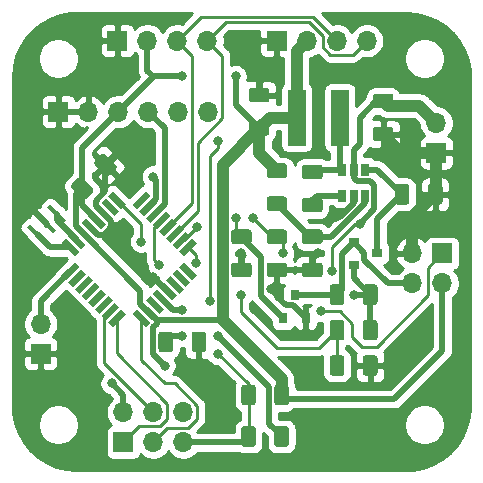
<source format=gbr>
%TF.GenerationSoftware,KiCad,Pcbnew,5.1.6*%
%TF.CreationDate,2020-09-21T03:48:32+02:00*%
%TF.ProjectId,Arduino_CPU_Board,41726475-696e-46f5-9f43-50555f426f61,rev?*%
%TF.SameCoordinates,Original*%
%TF.FileFunction,Copper,L1,Top*%
%TF.FilePolarity,Positive*%
%FSLAX46Y46*%
G04 Gerber Fmt 4.6, Leading zero omitted, Abs format (unit mm)*
G04 Created by KiCad (PCBNEW 5.1.6) date 2020-09-21 03:48:32*
%MOMM*%
%LPD*%
G01*
G04 APERTURE LIST*
%TA.AperFunction,ComponentPad*%
%ADD10O,1.700000X1.700000*%
%TD*%
%TA.AperFunction,ComponentPad*%
%ADD11R,1.700000X1.700000*%
%TD*%
%TA.AperFunction,SMDPad,CuDef*%
%ADD12C,0.100000*%
%TD*%
%TA.AperFunction,SMDPad,CuDef*%
%ADD13R,0.650000X1.060000*%
%TD*%
%TA.AperFunction,SMDPad,CuDef*%
%ADD14R,0.900000X0.800000*%
%TD*%
%TA.AperFunction,SMDPad,CuDef*%
%ADD15R,0.800000X0.900000*%
%TD*%
%TA.AperFunction,SMDPad,CuDef*%
%ADD16R,1.500000X4.700000*%
%TD*%
%TA.AperFunction,ViaPad*%
%ADD17C,0.800000*%
%TD*%
%TA.AperFunction,Conductor*%
%ADD18C,1.000000*%
%TD*%
%TA.AperFunction,Conductor*%
%ADD19C,0.500000*%
%TD*%
%TA.AperFunction,Conductor*%
%ADD20C,0.250000*%
%TD*%
%TA.AperFunction,Conductor*%
%ADD21C,0.254000*%
%TD*%
G04 APERTURE END LIST*
D10*
%TO.P,J3,4*%
%TO.N,I2C_SDA*%
X124120000Y-78000000D03*
%TO.P,J3,3*%
%TO.N,I2C_SCL*%
X121580000Y-78000000D03*
%TO.P,J3,2*%
%TO.N,+3V3*%
X119040000Y-78000000D03*
D11*
%TO.P,J3,1*%
%TO.N,GND*%
X116500000Y-78000000D03*
%TD*%
%TA.AperFunction,SMDPad,CuDef*%
D12*
%TO.P,Y1,3*%
%TO.N,Net-(U1-Pad7)*%
G36*
X111878858Y-93464645D02*
G01*
X110535355Y-92121142D01*
X110818198Y-91838299D01*
X112161701Y-93181802D01*
X111878858Y-93464645D01*
G37*
%TD.AperFunction*%
%TA.AperFunction,SMDPad,CuDef*%
%TO.P,Y1,2*%
%TO.N,GND*%
G36*
X111030330Y-94313173D02*
G01*
X109686827Y-92969670D01*
X109969670Y-92686827D01*
X111313173Y-94030330D01*
X111030330Y-94313173D01*
G37*
%TD.AperFunction*%
%TA.AperFunction,SMDPad,CuDef*%
%TO.P,Y1,1*%
%TO.N,Net-(U1-Pad8)*%
G36*
X110181802Y-95161701D02*
G01*
X108838299Y-93818198D01*
X109121142Y-93535355D01*
X110464645Y-94878858D01*
X110181802Y-95161701D01*
G37*
%TD.AperFunction*%
%TD*%
D13*
%TO.P,U2,5*%
%TO.N,BAT_VOLTAGE*%
X136500000Y-88900000D03*
%TO.P,U2,6*%
%TO.N,Net-(C4-Pad2)*%
X135550000Y-88900000D03*
%TO.P,U2,4*%
%TO.N,Net-(Q2-Pad3)*%
X137450000Y-88900000D03*
%TO.P,U2,3*%
%TO.N,Net-(R5-Pad2)*%
X137450000Y-91100000D03*
%TO.P,U2,2*%
%TO.N,GND*%
X136500000Y-91100000D03*
%TO.P,U2,1*%
%TO.N,Net-(C4-Pad1)*%
X135550000Y-91100000D03*
%TD*%
%TA.AperFunction,SMDPad,CuDef*%
D12*
%TO.P,U1,32*%
%TO.N,Net-(U1-Pad32)*%
G36*
X118154074Y-92275037D02*
G01*
X117765165Y-91886128D01*
X118896536Y-90754757D01*
X119285445Y-91143666D01*
X118154074Y-92275037D01*
G37*
%TD.AperFunction*%
%TA.AperFunction,SMDPad,CuDef*%
%TO.P,U1,31*%
%TO.N,FTDI_RXI*%
G36*
X118719759Y-92840723D02*
G01*
X118330850Y-92451814D01*
X119462221Y-91320443D01*
X119851130Y-91709352D01*
X118719759Y-92840723D01*
G37*
%TD.AperFunction*%
%TA.AperFunction,SMDPad,CuDef*%
%TO.P,U1,30*%
%TO.N,FTDI_TXO*%
G36*
X119285445Y-93406408D02*
G01*
X118896536Y-93017499D01*
X120027907Y-91886128D01*
X120416816Y-92275037D01*
X119285445Y-93406408D01*
G37*
%TD.AperFunction*%
%TA.AperFunction,SMDPad,CuDef*%
%TO.P,U1,29*%
%TO.N,ICSP_RESET*%
G36*
X119851130Y-93972093D02*
G01*
X119462221Y-93583184D01*
X120593592Y-92451813D01*
X120982501Y-92840722D01*
X119851130Y-93972093D01*
G37*
%TD.AperFunction*%
%TA.AperFunction,SMDPad,CuDef*%
%TO.P,U1,28*%
%TO.N,I2C_SCL*%
G36*
X120416816Y-94537779D02*
G01*
X120027907Y-94148870D01*
X121159278Y-93017499D01*
X121548187Y-93406408D01*
X120416816Y-94537779D01*
G37*
%TD.AperFunction*%
%TA.AperFunction,SMDPad,CuDef*%
%TO.P,U1,27*%
%TO.N,I2C_SDA*%
G36*
X120982501Y-95103464D02*
G01*
X120593592Y-94714555D01*
X121724963Y-93583184D01*
X122113872Y-93972093D01*
X120982501Y-95103464D01*
G37*
%TD.AperFunction*%
%TA.AperFunction,SMDPad,CuDef*%
%TO.P,U1,26*%
%TO.N,BAT_EN*%
G36*
X121548186Y-95669150D02*
G01*
X121159277Y-95280241D01*
X122290648Y-94148870D01*
X122679557Y-94537779D01*
X121548186Y-95669150D01*
G37*
%TD.AperFunction*%
%TA.AperFunction,SMDPad,CuDef*%
%TO.P,U1,25*%
%TO.N,Net-(R8-Pad2)*%
G36*
X122113872Y-96234835D02*
G01*
X121724963Y-95845926D01*
X122856334Y-94714555D01*
X123245243Y-95103464D01*
X122113872Y-96234835D01*
G37*
%TD.AperFunction*%
%TA.AperFunction,SMDPad,CuDef*%
%TO.P,U1,24*%
%TO.N,Net-(U1-Pad24)*%
G36*
X121724963Y-97154074D02*
G01*
X122113872Y-96765165D01*
X123245243Y-97896536D01*
X122856334Y-98285445D01*
X121724963Y-97154074D01*
G37*
%TD.AperFunction*%
%TA.AperFunction,SMDPad,CuDef*%
%TO.P,U1,23*%
%TO.N,Net-(U1-Pad23)*%
G36*
X121159277Y-97719759D02*
G01*
X121548186Y-97330850D01*
X122679557Y-98462221D01*
X122290648Y-98851130D01*
X121159277Y-97719759D01*
G37*
%TD.AperFunction*%
%TA.AperFunction,SMDPad,CuDef*%
%TO.P,U1,22*%
%TO.N,Net-(U1-Pad22)*%
G36*
X120593592Y-98285445D02*
G01*
X120982501Y-97896536D01*
X122113872Y-99027907D01*
X121724963Y-99416816D01*
X120593592Y-98285445D01*
G37*
%TD.AperFunction*%
%TA.AperFunction,SMDPad,CuDef*%
%TO.P,U1,21*%
%TO.N,GND*%
G36*
X120027907Y-98851130D02*
G01*
X120416816Y-98462221D01*
X121548187Y-99593592D01*
X121159278Y-99982501D01*
X120027907Y-98851130D01*
G37*
%TD.AperFunction*%
%TA.AperFunction,SMDPad,CuDef*%
%TO.P,U1,20*%
%TO.N,Net-(C2-Pad1)*%
G36*
X119462221Y-99416816D02*
G01*
X119851130Y-99027907D01*
X120982501Y-100159278D01*
X120593592Y-100548187D01*
X119462221Y-99416816D01*
G37*
%TD.AperFunction*%
%TA.AperFunction,SMDPad,CuDef*%
%TO.P,U1,19*%
%TO.N,Net-(U1-Pad19)*%
G36*
X118896536Y-99982501D02*
G01*
X119285445Y-99593592D01*
X120416816Y-100724963D01*
X120027907Y-101113872D01*
X118896536Y-99982501D01*
G37*
%TD.AperFunction*%
%TA.AperFunction,SMDPad,CuDef*%
%TO.P,U1,18*%
%TO.N,+3V3*%
G36*
X118330850Y-100548186D02*
G01*
X118719759Y-100159277D01*
X119851130Y-101290648D01*
X119462221Y-101679557D01*
X118330850Y-100548186D01*
G37*
%TD.AperFunction*%
%TA.AperFunction,SMDPad,CuDef*%
%TO.P,U1,17*%
%TO.N,ICSP_SCK*%
G36*
X117765165Y-101113872D02*
G01*
X118154074Y-100724963D01*
X119285445Y-101856334D01*
X118896536Y-102245243D01*
X117765165Y-101113872D01*
G37*
%TD.AperFunction*%
%TA.AperFunction,SMDPad,CuDef*%
%TO.P,U1,16*%
%TO.N,ICSP_MISO*%
G36*
X116103464Y-102245243D02*
G01*
X115714555Y-101856334D01*
X116845926Y-100724963D01*
X117234835Y-101113872D01*
X116103464Y-102245243D01*
G37*
%TD.AperFunction*%
%TA.AperFunction,SMDPad,CuDef*%
%TO.P,U1,15*%
%TO.N,ICSP_MOSI*%
G36*
X115537779Y-101679557D02*
G01*
X115148870Y-101290648D01*
X116280241Y-100159277D01*
X116669150Y-100548186D01*
X115537779Y-101679557D01*
G37*
%TD.AperFunction*%
%TA.AperFunction,SMDPad,CuDef*%
%TO.P,U1,14*%
%TO.N,SPI_CLK*%
G36*
X114972093Y-101113872D02*
G01*
X114583184Y-100724963D01*
X115714555Y-99593592D01*
X116103464Y-99982501D01*
X114972093Y-101113872D01*
G37*
%TD.AperFunction*%
%TA.AperFunction,SMDPad,CuDef*%
%TO.P,U1,13*%
%TO.N,SPI_MOSI*%
G36*
X114406408Y-100548187D02*
G01*
X114017499Y-100159278D01*
X115148870Y-99027907D01*
X115537779Y-99416816D01*
X114406408Y-100548187D01*
G37*
%TD.AperFunction*%
%TA.AperFunction,SMDPad,CuDef*%
%TO.P,U1,12*%
%TO.N,Net-(U1-Pad12)*%
G36*
X113840722Y-99982501D02*
G01*
X113451813Y-99593592D01*
X114583184Y-98462221D01*
X114972093Y-98851130D01*
X113840722Y-99982501D01*
G37*
%TD.AperFunction*%
%TA.AperFunction,SMDPad,CuDef*%
%TO.P,U1,11*%
%TO.N,Net-(U1-Pad11)*%
G36*
X113275037Y-99416816D02*
G01*
X112886128Y-99027907D01*
X114017499Y-97896536D01*
X114406408Y-98285445D01*
X113275037Y-99416816D01*
G37*
%TD.AperFunction*%
%TA.AperFunction,SMDPad,CuDef*%
%TO.P,U1,10*%
%TO.N,Net-(U1-Pad10)*%
G36*
X112709352Y-98851130D02*
G01*
X112320443Y-98462221D01*
X113451814Y-97330850D01*
X113840723Y-97719759D01*
X112709352Y-98851130D01*
G37*
%TD.AperFunction*%
%TA.AperFunction,SMDPad,CuDef*%
%TO.P,U1,9*%
%TO.N,LED_DRIVER_PWM*%
G36*
X112143666Y-98285445D02*
G01*
X111754757Y-97896536D01*
X112886128Y-96765165D01*
X113275037Y-97154074D01*
X112143666Y-98285445D01*
G37*
%TD.AperFunction*%
%TA.AperFunction,SMDPad,CuDef*%
%TO.P,U1,8*%
%TO.N,Net-(U1-Pad8)*%
G36*
X111754757Y-95103464D02*
G01*
X112143666Y-94714555D01*
X113275037Y-95845926D01*
X112886128Y-96234835D01*
X111754757Y-95103464D01*
G37*
%TD.AperFunction*%
%TA.AperFunction,SMDPad,CuDef*%
%TO.P,U1,7*%
%TO.N,Net-(U1-Pad7)*%
G36*
X112320443Y-94537779D02*
G01*
X112709352Y-94148870D01*
X113840723Y-95280241D01*
X113451814Y-95669150D01*
X112320443Y-94537779D01*
G37*
%TD.AperFunction*%
%TA.AperFunction,SMDPad,CuDef*%
%TO.P,U1,6*%
%TO.N,+3V3*%
G36*
X112886128Y-93972093D02*
G01*
X113275037Y-93583184D01*
X114406408Y-94714555D01*
X114017499Y-95103464D01*
X112886128Y-93972093D01*
G37*
%TD.AperFunction*%
%TA.AperFunction,SMDPad,CuDef*%
%TO.P,U1,5*%
%TO.N,GND*%
G36*
X113451813Y-93406408D02*
G01*
X113840722Y-93017499D01*
X114972093Y-94148870D01*
X114583184Y-94537779D01*
X113451813Y-93406408D01*
G37*
%TD.AperFunction*%
%TA.AperFunction,SMDPad,CuDef*%
%TO.P,U1,4*%
%TO.N,+3V3*%
G36*
X114017499Y-92840722D02*
G01*
X114406408Y-92451813D01*
X115537779Y-93583184D01*
X115148870Y-93972093D01*
X114017499Y-92840722D01*
G37*
%TD.AperFunction*%
%TA.AperFunction,SMDPad,CuDef*%
%TO.P,U1,3*%
%TO.N,GND*%
G36*
X114583184Y-92275037D02*
G01*
X114972093Y-91886128D01*
X116103464Y-93017499D01*
X115714555Y-93406408D01*
X114583184Y-92275037D01*
G37*
%TD.AperFunction*%
%TA.AperFunction,SMDPad,CuDef*%
%TO.P,U1,2*%
%TO.N,Net-(U1-Pad2)*%
G36*
X115148870Y-91709352D02*
G01*
X115537779Y-91320443D01*
X116669150Y-92451814D01*
X116280241Y-92840723D01*
X115148870Y-91709352D01*
G37*
%TD.AperFunction*%
%TA.AperFunction,SMDPad,CuDef*%
%TO.P,U1,1*%
%TO.N,INTERRUPT*%
G36*
X115714555Y-91143666D02*
G01*
X116103464Y-90754757D01*
X117234835Y-91886128D01*
X116845926Y-92275037D01*
X115714555Y-91143666D01*
G37*
%TD.AperFunction*%
%TD*%
D10*
%TO.P,Switch,4*%
%TO.N,Net-(Q1-Pad3)*%
X141460000Y-98540000D03*
%TO.P,Switch,3*%
%TO.N,GND*%
X141460000Y-96000000D03*
%TO.P,Switch,2*%
%TO.N,+3V3*%
X144000000Y-98540000D03*
D11*
%TO.P,Switch,1*%
%TO.N,INTERRUPT*%
X144000000Y-96000000D03*
%TD*%
%TO.P,R9,2*%
%TO.N,GND*%
%TA.AperFunction,SMDPad,CuDef*%
G36*
G01*
X137275000Y-106125000D02*
X137275000Y-104875000D01*
G75*
G02*
X137525000Y-104625000I250000J0D01*
G01*
X138275000Y-104625000D01*
G75*
G02*
X138525000Y-104875000I0J-250000D01*
G01*
X138525000Y-106125000D01*
G75*
G02*
X138275000Y-106375000I-250000J0D01*
G01*
X137525000Y-106375000D01*
G75*
G02*
X137275000Y-106125000I0J250000D01*
G01*
G37*
%TD.AperFunction*%
%TO.P,R9,1*%
%TO.N,Net-(R8-Pad2)*%
%TA.AperFunction,SMDPad,CuDef*%
G36*
G01*
X134475000Y-106125000D02*
X134475000Y-104875000D01*
G75*
G02*
X134725000Y-104625000I250000J0D01*
G01*
X135475000Y-104625000D01*
G75*
G02*
X135725000Y-104875000I0J-250000D01*
G01*
X135725000Y-106125000D01*
G75*
G02*
X135475000Y-106375000I-250000J0D01*
G01*
X134725000Y-106375000D01*
G75*
G02*
X134475000Y-106125000I0J250000D01*
G01*
G37*
%TD.AperFunction*%
%TD*%
%TO.P,R8,2*%
%TO.N,Net-(R8-Pad2)*%
%TA.AperFunction,SMDPad,CuDef*%
G36*
G01*
X135725000Y-101875000D02*
X135725000Y-103125000D01*
G75*
G02*
X135475000Y-103375000I-250000J0D01*
G01*
X134725000Y-103375000D01*
G75*
G02*
X134475000Y-103125000I0J250000D01*
G01*
X134475000Y-101875000D01*
G75*
G02*
X134725000Y-101625000I250000J0D01*
G01*
X135475000Y-101625000D01*
G75*
G02*
X135725000Y-101875000I0J-250000D01*
G01*
G37*
%TD.AperFunction*%
%TO.P,R8,1*%
%TO.N,BAT_VOLTAGE*%
%TA.AperFunction,SMDPad,CuDef*%
G36*
G01*
X138525000Y-101875000D02*
X138525000Y-103125000D01*
G75*
G02*
X138275000Y-103375000I-250000J0D01*
G01*
X137525000Y-103375000D01*
G75*
G02*
X137275000Y-103125000I0J250000D01*
G01*
X137275000Y-101875000D01*
G75*
G02*
X137525000Y-101625000I250000J0D01*
G01*
X138275000Y-101625000D01*
G75*
G02*
X138525000Y-101875000I0J-250000D01*
G01*
G37*
%TD.AperFunction*%
%TD*%
%TO.P,R7,2*%
%TO.N,ICSP_RESET*%
%TA.AperFunction,SMDPad,CuDef*%
G36*
G01*
X128225000Y-107375000D02*
X128225000Y-108625000D01*
G75*
G02*
X127975000Y-108875000I-250000J0D01*
G01*
X127225000Y-108875000D01*
G75*
G02*
X126975000Y-108625000I0J250000D01*
G01*
X126975000Y-107375000D01*
G75*
G02*
X127225000Y-107125000I250000J0D01*
G01*
X127975000Y-107125000D01*
G75*
G02*
X128225000Y-107375000I0J-250000D01*
G01*
G37*
%TD.AperFunction*%
%TO.P,R7,1*%
%TO.N,+3V3*%
%TA.AperFunction,SMDPad,CuDef*%
G36*
G01*
X131025000Y-107375000D02*
X131025000Y-108625000D01*
G75*
G02*
X130775000Y-108875000I-250000J0D01*
G01*
X130025000Y-108875000D01*
G75*
G02*
X129775000Y-108625000I0J250000D01*
G01*
X129775000Y-107375000D01*
G75*
G02*
X130025000Y-107125000I250000J0D01*
G01*
X130775000Y-107125000D01*
G75*
G02*
X131025000Y-107375000I0J-250000D01*
G01*
G37*
%TD.AperFunction*%
%TD*%
%TO.P,R6,2*%
%TO.N,GND*%
%TA.AperFunction,SMDPad,CuDef*%
G36*
G01*
X132375000Y-96775000D02*
X133625000Y-96775000D01*
G75*
G02*
X133875000Y-97025000I0J-250000D01*
G01*
X133875000Y-97775000D01*
G75*
G02*
X133625000Y-98025000I-250000J0D01*
G01*
X132375000Y-98025000D01*
G75*
G02*
X132125000Y-97775000I0J250000D01*
G01*
X132125000Y-97025000D01*
G75*
G02*
X132375000Y-96775000I250000J0D01*
G01*
G37*
%TD.AperFunction*%
%TO.P,R6,1*%
%TO.N,Net-(R5-Pad2)*%
%TA.AperFunction,SMDPad,CuDef*%
G36*
G01*
X132375000Y-93975000D02*
X133625000Y-93975000D01*
G75*
G02*
X133875000Y-94225000I0J-250000D01*
G01*
X133875000Y-94975000D01*
G75*
G02*
X133625000Y-95225000I-250000J0D01*
G01*
X132375000Y-95225000D01*
G75*
G02*
X132125000Y-94975000I0J250000D01*
G01*
X132125000Y-94225000D01*
G75*
G02*
X132375000Y-93975000I250000J0D01*
G01*
G37*
%TD.AperFunction*%
%TD*%
%TO.P,R5,2*%
%TO.N,Net-(R5-Pad2)*%
%TA.AperFunction,SMDPad,CuDef*%
G36*
G01*
X129375000Y-91175000D02*
X130625000Y-91175000D01*
G75*
G02*
X130875000Y-91425000I0J-250000D01*
G01*
X130875000Y-92175000D01*
G75*
G02*
X130625000Y-92425000I-250000J0D01*
G01*
X129375000Y-92425000D01*
G75*
G02*
X129125000Y-92175000I0J250000D01*
G01*
X129125000Y-91425000D01*
G75*
G02*
X129375000Y-91175000I250000J0D01*
G01*
G37*
%TD.AperFunction*%
%TO.P,R5,1*%
%TO.N,+3V3*%
%TA.AperFunction,SMDPad,CuDef*%
G36*
G01*
X129375000Y-88375000D02*
X130625000Y-88375000D01*
G75*
G02*
X130875000Y-88625000I0J-250000D01*
G01*
X130875000Y-89375000D01*
G75*
G02*
X130625000Y-89625000I-250000J0D01*
G01*
X129375000Y-89625000D01*
G75*
G02*
X129125000Y-89375000I0J250000D01*
G01*
X129125000Y-88625000D01*
G75*
G02*
X129375000Y-88375000I250000J0D01*
G01*
G37*
%TD.AperFunction*%
%TD*%
%TO.P,R4,2*%
%TO.N,GND*%
%TA.AperFunction,SMDPad,CuDef*%
G36*
G01*
X142775000Y-91625000D02*
X142775000Y-90375000D01*
G75*
G02*
X143025000Y-90125000I250000J0D01*
G01*
X143775000Y-90125000D01*
G75*
G02*
X144025000Y-90375000I0J-250000D01*
G01*
X144025000Y-91625000D01*
G75*
G02*
X143775000Y-91875000I-250000J0D01*
G01*
X143025000Y-91875000D01*
G75*
G02*
X142775000Y-91625000I0J250000D01*
G01*
G37*
%TD.AperFunction*%
%TO.P,R4,1*%
%TO.N,Net-(Q2-Pad3)*%
%TA.AperFunction,SMDPad,CuDef*%
G36*
G01*
X139975000Y-91625000D02*
X139975000Y-90375000D01*
G75*
G02*
X140225000Y-90125000I250000J0D01*
G01*
X140975000Y-90125000D01*
G75*
G02*
X141225000Y-90375000I0J-250000D01*
G01*
X141225000Y-91625000D01*
G75*
G02*
X140975000Y-91875000I-250000J0D01*
G01*
X140225000Y-91875000D01*
G75*
G02*
X139975000Y-91625000I0J250000D01*
G01*
G37*
%TD.AperFunction*%
%TD*%
%TO.P,R3,2*%
%TO.N,GND*%
%TA.AperFunction,SMDPad,CuDef*%
G36*
G01*
X129375000Y-96775000D02*
X130625000Y-96775000D01*
G75*
G02*
X130875000Y-97025000I0J-250000D01*
G01*
X130875000Y-97775000D01*
G75*
G02*
X130625000Y-98025000I-250000J0D01*
G01*
X129375000Y-98025000D01*
G75*
G02*
X129125000Y-97775000I0J250000D01*
G01*
X129125000Y-97025000D01*
G75*
G02*
X129375000Y-96775000I250000J0D01*
G01*
G37*
%TD.AperFunction*%
%TO.P,R3,1*%
%TO.N,INTERRUPT*%
%TA.AperFunction,SMDPad,CuDef*%
G36*
G01*
X129375000Y-93975000D02*
X130625000Y-93975000D01*
G75*
G02*
X130875000Y-94225000I0J-250000D01*
G01*
X130875000Y-94975000D01*
G75*
G02*
X130625000Y-95225000I-250000J0D01*
G01*
X129375000Y-95225000D01*
G75*
G02*
X129125000Y-94975000I0J250000D01*
G01*
X129125000Y-94225000D01*
G75*
G02*
X129375000Y-93975000I250000J0D01*
G01*
G37*
%TD.AperFunction*%
%TD*%
%TO.P,R2,2*%
%TO.N,Net-(Q1-Pad3)*%
%TA.AperFunction,SMDPad,CuDef*%
G36*
G01*
X135725000Y-98875000D02*
X135725000Y-100125000D01*
G75*
G02*
X135475000Y-100375000I-250000J0D01*
G01*
X134725000Y-100375000D01*
G75*
G02*
X134475000Y-100125000I0J250000D01*
G01*
X134475000Y-98875000D01*
G75*
G02*
X134725000Y-98625000I250000J0D01*
G01*
X135475000Y-98625000D01*
G75*
G02*
X135725000Y-98875000I0J-250000D01*
G01*
G37*
%TD.AperFunction*%
%TO.P,R2,1*%
%TO.N,BAT_VOLTAGE*%
%TA.AperFunction,SMDPad,CuDef*%
G36*
G01*
X138525000Y-98875000D02*
X138525000Y-100125000D01*
G75*
G02*
X138275000Y-100375000I-250000J0D01*
G01*
X137525000Y-100375000D01*
G75*
G02*
X137275000Y-100125000I0J250000D01*
G01*
X137275000Y-98875000D01*
G75*
G02*
X137525000Y-98625000I250000J0D01*
G01*
X138275000Y-98625000D01*
G75*
G02*
X138525000Y-98875000I0J-250000D01*
G01*
G37*
%TD.AperFunction*%
%TD*%
%TO.P,R1,2*%
%TO.N,GND*%
%TA.AperFunction,SMDPad,CuDef*%
G36*
G01*
X126375000Y-96775000D02*
X127625000Y-96775000D01*
G75*
G02*
X127875000Y-97025000I0J-250000D01*
G01*
X127875000Y-97775000D01*
G75*
G02*
X127625000Y-98025000I-250000J0D01*
G01*
X126375000Y-98025000D01*
G75*
G02*
X126125000Y-97775000I0J250000D01*
G01*
X126125000Y-97025000D01*
G75*
G02*
X126375000Y-96775000I250000J0D01*
G01*
G37*
%TD.AperFunction*%
%TO.P,R1,1*%
%TO.N,BAT_EN*%
%TA.AperFunction,SMDPad,CuDef*%
G36*
G01*
X126375000Y-93975000D02*
X127625000Y-93975000D01*
G75*
G02*
X127875000Y-94225000I0J-250000D01*
G01*
X127875000Y-94975000D01*
G75*
G02*
X127625000Y-95225000I-250000J0D01*
G01*
X126375000Y-95225000D01*
G75*
G02*
X126125000Y-94975000I0J250000D01*
G01*
X126125000Y-94225000D01*
G75*
G02*
X126375000Y-93975000I250000J0D01*
G01*
G37*
%TD.AperFunction*%
%TD*%
D14*
%TO.P,Q2,3*%
%TO.N,Net-(Q2-Pad3)*%
X138500000Y-96000000D03*
%TO.P,Q2,2*%
%TO.N,BAT_VOLTAGE*%
X136500000Y-96950000D03*
%TO.P,Q2,1*%
%TO.N,Net-(Q1-Pad3)*%
X136500000Y-95050000D03*
%TD*%
D15*
%TO.P,Q1,3*%
%TO.N,Net-(Q1-Pad3)*%
X131500000Y-99500000D03*
%TO.P,Q1,2*%
%TO.N,GND*%
X132450000Y-101500000D03*
%TO.P,Q1,1*%
%TO.N,BAT_EN*%
X130550000Y-101500000D03*
%TD*%
D16*
%TO.P,L1,2*%
%TO.N,+3V3*%
X131675000Y-84500000D03*
%TO.P,L1,1*%
%TO.N,Net-(C4-Pad2)*%
X135325000Y-84500000D03*
%TD*%
D10*
%TO.P,J7,6*%
%TO.N,GND*%
X122080000Y-109460000D03*
%TO.P,J7,5*%
%TO.N,ICSP_RESET*%
X122080000Y-112000000D03*
%TO.P,J7,4*%
%TO.N,ICSP_MOSI*%
X119540000Y-109460000D03*
%TO.P,J7,3*%
%TO.N,ICSP_SCK*%
X119540000Y-112000000D03*
%TO.P,J7,2*%
%TO.N,+3V3*%
X117000000Y-109460000D03*
D11*
%TO.P,J7,1*%
%TO.N,ICSP_MISO*%
X117000000Y-112000000D03*
%TD*%
D10*
%TO.P,J6,4*%
%TO.N,I2C_SDA*%
X137620000Y-78000000D03*
%TO.P,J6,3*%
%TO.N,I2C_SCL*%
X135080000Y-78000000D03*
%TO.P,J6,2*%
%TO.N,+3V3*%
X132540000Y-78000000D03*
D11*
%TO.P,J6,1*%
%TO.N,GND*%
X130000000Y-78000000D03*
%TD*%
D10*
%TO.P,J5,2*%
%TO.N,LED_DRIVER_PWM*%
X110000000Y-101960000D03*
D11*
%TO.P,J5,1*%
%TO.N,GND*%
X110000000Y-104500000D03*
%TD*%
D10*
%TO.P,J2,6*%
%TO.N,DTR*%
X124200000Y-84000000D03*
%TO.P,J2,5*%
%TO.N,FTDI_RXI*%
X121660000Y-84000000D03*
%TO.P,J2,4*%
%TO.N,FTDI_TXO*%
X119120000Y-84000000D03*
%TO.P,J2,3*%
%TO.N,+3V3*%
X116580000Y-84000000D03*
%TO.P,J2,2*%
%TO.N,GND*%
X114040000Y-84000000D03*
D11*
%TO.P,J2,1*%
X111500000Y-84000000D03*
%TD*%
D10*
%TO.P,J1,2*%
%TO.N,BAT_VOLTAGE*%
X143500000Y-84960000D03*
D11*
%TO.P,J1,1*%
%TO.N,GND*%
X143500000Y-87500000D03*
%TD*%
%TO.P,C6,2*%
%TO.N,+3V3*%
%TA.AperFunction,SMDPad,CuDef*%
G36*
G01*
X127875000Y-84775000D02*
X129125000Y-84775000D01*
G75*
G02*
X129375000Y-85025000I0J-250000D01*
G01*
X129375000Y-85775000D01*
G75*
G02*
X129125000Y-86025000I-250000J0D01*
G01*
X127875000Y-86025000D01*
G75*
G02*
X127625000Y-85775000I0J250000D01*
G01*
X127625000Y-85025000D01*
G75*
G02*
X127875000Y-84775000I250000J0D01*
G01*
G37*
%TD.AperFunction*%
%TO.P,C6,1*%
%TO.N,GND*%
%TA.AperFunction,SMDPad,CuDef*%
G36*
G01*
X127875000Y-81975000D02*
X129125000Y-81975000D01*
G75*
G02*
X129375000Y-82225000I0J-250000D01*
G01*
X129375000Y-82975000D01*
G75*
G02*
X129125000Y-83225000I-250000J0D01*
G01*
X127875000Y-83225000D01*
G75*
G02*
X127625000Y-82975000I0J250000D01*
G01*
X127625000Y-82225000D01*
G75*
G02*
X127875000Y-81975000I250000J0D01*
G01*
G37*
%TD.AperFunction*%
%TD*%
%TO.P,C5,2*%
%TO.N,ICSP_RESET*%
%TA.AperFunction,SMDPad,CuDef*%
G36*
G01*
X128225000Y-110875000D02*
X128225000Y-112125000D01*
G75*
G02*
X127975000Y-112375000I-250000J0D01*
G01*
X127225000Y-112375000D01*
G75*
G02*
X126975000Y-112125000I0J250000D01*
G01*
X126975000Y-110875000D01*
G75*
G02*
X127225000Y-110625000I250000J0D01*
G01*
X127975000Y-110625000D01*
G75*
G02*
X128225000Y-110875000I0J-250000D01*
G01*
G37*
%TD.AperFunction*%
%TO.P,C5,1*%
%TO.N,DTR*%
%TA.AperFunction,SMDPad,CuDef*%
G36*
G01*
X131025000Y-110875000D02*
X131025000Y-112125000D01*
G75*
G02*
X130775000Y-112375000I-250000J0D01*
G01*
X130025000Y-112375000D01*
G75*
G02*
X129775000Y-112125000I0J250000D01*
G01*
X129775000Y-110875000D01*
G75*
G02*
X130025000Y-110625000I250000J0D01*
G01*
X130775000Y-110625000D01*
G75*
G02*
X131025000Y-110875000I0J-250000D01*
G01*
G37*
%TD.AperFunction*%
%TD*%
%TO.P,C4,2*%
%TO.N,Net-(C4-Pad2)*%
%TA.AperFunction,SMDPad,CuDef*%
G36*
G01*
X133625000Y-89725000D02*
X132375000Y-89725000D01*
G75*
G02*
X132125000Y-89475000I0J250000D01*
G01*
X132125000Y-88725000D01*
G75*
G02*
X132375000Y-88475000I250000J0D01*
G01*
X133625000Y-88475000D01*
G75*
G02*
X133875000Y-88725000I0J-250000D01*
G01*
X133875000Y-89475000D01*
G75*
G02*
X133625000Y-89725000I-250000J0D01*
G01*
G37*
%TD.AperFunction*%
%TO.P,C4,1*%
%TO.N,Net-(C4-Pad1)*%
%TA.AperFunction,SMDPad,CuDef*%
G36*
G01*
X133625000Y-92525000D02*
X132375000Y-92525000D01*
G75*
G02*
X132125000Y-92275000I0J250000D01*
G01*
X132125000Y-91525000D01*
G75*
G02*
X132375000Y-91275000I250000J0D01*
G01*
X133625000Y-91275000D01*
G75*
G02*
X133875000Y-91525000I0J-250000D01*
G01*
X133875000Y-92275000D01*
G75*
G02*
X133625000Y-92525000I-250000J0D01*
G01*
G37*
%TD.AperFunction*%
%TD*%
%TO.P,C3,2*%
%TO.N,GND*%
%TA.AperFunction,SMDPad,CuDef*%
G36*
G01*
X115489949Y-89393934D02*
X114606065Y-88510051D01*
G75*
G02*
X114606065Y-88156497I176777J176777D01*
G01*
X115136395Y-87626167D01*
G75*
G02*
X115489949Y-87626167I176777J-176777D01*
G01*
X116373833Y-88510051D01*
G75*
G02*
X116373833Y-88863605I-176777J-176777D01*
G01*
X115843503Y-89393935D01*
G75*
G02*
X115489949Y-89393935I-176777J176777D01*
G01*
G37*
%TD.AperFunction*%
%TO.P,C3,1*%
%TO.N,+3V3*%
%TA.AperFunction,SMDPad,CuDef*%
G36*
G01*
X113510051Y-91373832D02*
X112626167Y-90489949D01*
G75*
G02*
X112626167Y-90136395I176777J176777D01*
G01*
X113156497Y-89606065D01*
G75*
G02*
X113510051Y-89606065I176777J-176777D01*
G01*
X114393935Y-90489949D01*
G75*
G02*
X114393935Y-90843503I-176777J-176777D01*
G01*
X113863605Y-91373833D01*
G75*
G02*
X113510051Y-91373833I-176777J176777D01*
G01*
G37*
%TD.AperFunction*%
%TD*%
%TO.P,C2,2*%
%TO.N,GND*%
%TA.AperFunction,SMDPad,CuDef*%
G36*
G01*
X122775000Y-104125000D02*
X122775000Y-102875000D01*
G75*
G02*
X123025000Y-102625000I250000J0D01*
G01*
X123775000Y-102625000D01*
G75*
G02*
X124025000Y-102875000I0J-250000D01*
G01*
X124025000Y-104125000D01*
G75*
G02*
X123775000Y-104375000I-250000J0D01*
G01*
X123025000Y-104375000D01*
G75*
G02*
X122775000Y-104125000I0J250000D01*
G01*
G37*
%TD.AperFunction*%
%TO.P,C2,1*%
%TO.N,Net-(C2-Pad1)*%
%TA.AperFunction,SMDPad,CuDef*%
G36*
G01*
X119975000Y-104125000D02*
X119975000Y-102875000D01*
G75*
G02*
X120225000Y-102625000I250000J0D01*
G01*
X120975000Y-102625000D01*
G75*
G02*
X121225000Y-102875000I0J-250000D01*
G01*
X121225000Y-104125000D01*
G75*
G02*
X120975000Y-104375000I-250000J0D01*
G01*
X120225000Y-104375000D01*
G75*
G02*
X119975000Y-104125000I0J250000D01*
G01*
G37*
%TD.AperFunction*%
%TD*%
%TO.P,C1,2*%
%TO.N,BAT_VOLTAGE*%
%TA.AperFunction,SMDPad,CuDef*%
G36*
G01*
X139625000Y-83725000D02*
X138375000Y-83725000D01*
G75*
G02*
X138125000Y-83475000I0J250000D01*
G01*
X138125000Y-82725000D01*
G75*
G02*
X138375000Y-82475000I250000J0D01*
G01*
X139625000Y-82475000D01*
G75*
G02*
X139875000Y-82725000I0J-250000D01*
G01*
X139875000Y-83475000D01*
G75*
G02*
X139625000Y-83725000I-250000J0D01*
G01*
G37*
%TD.AperFunction*%
%TO.P,C1,1*%
%TO.N,GND*%
%TA.AperFunction,SMDPad,CuDef*%
G36*
G01*
X139625000Y-86525000D02*
X138375000Y-86525000D01*
G75*
G02*
X138125000Y-86275000I0J250000D01*
G01*
X138125000Y-85525000D01*
G75*
G02*
X138375000Y-85275000I250000J0D01*
G01*
X139625000Y-85275000D01*
G75*
G02*
X139875000Y-85525000I0J-250000D01*
G01*
X139875000Y-86275000D01*
G75*
G02*
X139625000Y-86525000I-250000J0D01*
G01*
G37*
%TD.AperFunction*%
%TD*%
D17*
%TO.N,BAT_VOLTAGE*%
X136500000Y-99500000D03*
X137000000Y-93500000D03*
X134650000Y-97500000D03*
%TO.N,GND*%
X134967342Y-92879679D03*
X133500000Y-96000000D03*
X116500000Y-87500000D03*
X128500000Y-81000000D03*
X109500000Y-91500000D03*
X116000000Y-95000000D03*
X123500000Y-105500000D03*
X119500000Y-98000000D03*
X140000000Y-105500000D03*
X127000000Y-96000000D03*
X129524990Y-99000000D03*
%TO.N,Net-(C2-Pad1)*%
X122000000Y-100806479D03*
X122000000Y-103000000D03*
%TO.N,+3V3*%
X116000000Y-107000000D03*
X120500000Y-105500000D03*
X126500000Y-81000000D03*
X122000000Y-81000000D03*
%TO.N,ICSP_RESET*%
X125000000Y-104500000D03*
X120000000Y-97000000D03*
%TO.N,DTR*%
X125000000Y-103000000D03*
X124299999Y-100000000D03*
X125000000Y-86500000D03*
%TO.N,FTDI_RXI*%
X119500000Y-89500000D03*
%TO.N,BAT_EN*%
X123252604Y-93752604D03*
X126500000Y-93000000D03*
%TO.N,INTERRUPT*%
X128000000Y-93000000D03*
X118500000Y-95000000D03*
X133758351Y-100893122D03*
X130500000Y-96000000D03*
%TO.N,Net-(R8-Pad2)*%
X127000000Y-99500000D03*
X123149999Y-96850001D03*
%TD*%
D18*
%TO.N,BAT_VOLTAGE*%
X143500000Y-84960000D02*
X142040000Y-83500000D01*
X139400000Y-83500000D02*
X139000000Y-83100000D01*
X142040000Y-83500000D02*
X139400000Y-83500000D01*
D19*
X136500000Y-87235002D02*
X137000000Y-86735002D01*
X136500000Y-88900000D02*
X136500000Y-87235002D01*
X137000000Y-86735002D02*
X137000000Y-84500000D01*
X138400000Y-83100000D02*
X139000000Y-83100000D01*
X137000000Y-84500000D02*
X138400000Y-83100000D01*
X136500000Y-98100000D02*
X137900000Y-99500000D01*
X136500000Y-96950000D02*
X136500000Y-98100000D01*
X137900000Y-99500000D02*
X136500000Y-99500000D01*
X136500000Y-89615002D02*
X136500000Y-88900000D01*
X136764999Y-89880001D02*
X136500000Y-89615002D01*
X137895003Y-89880001D02*
X136764999Y-89880001D01*
X138225001Y-90209999D02*
X137895003Y-89880001D01*
X138225001Y-92274999D02*
X138225001Y-90209999D01*
X137000000Y-93500000D02*
X138225001Y-92274999D01*
D20*
X136614998Y-93500000D02*
X137000000Y-93500000D01*
X134650000Y-95464998D02*
X136614998Y-93500000D01*
X134650000Y-97500000D02*
X134650000Y-95464998D01*
D19*
X137900000Y-99500000D02*
X137900000Y-102500000D01*
D18*
%TO.N,GND*%
X139000000Y-85900000D02*
X139000000Y-86000000D01*
X140500000Y-87500000D02*
X143500000Y-87500000D01*
X139000000Y-86000000D02*
X140500000Y-87500000D01*
X143500000Y-90900000D02*
X143400000Y-91000000D01*
X143500000Y-87500000D02*
X143500000Y-90900000D01*
X141460000Y-92940000D02*
X141460000Y-96000000D01*
X143400000Y-91000000D02*
X141460000Y-92940000D01*
D19*
X135355399Y-92879679D02*
X134967342Y-92879679D01*
X136500000Y-91735078D02*
X135355399Y-92879679D01*
X136500000Y-91100000D02*
X136500000Y-91735078D01*
X114698860Y-92001804D02*
X115343324Y-92646268D01*
X115489949Y-90731861D02*
X114698860Y-91522951D01*
X114698860Y-91522951D02*
X114698860Y-92001804D01*
X115489949Y-88510051D02*
X115489949Y-90731861D01*
X133000000Y-96500000D02*
X133500000Y-96000000D01*
X133000000Y-97400000D02*
X133000000Y-96500000D01*
X115489949Y-88510051D02*
X116500000Y-87500000D01*
X128500000Y-82600000D02*
X128500000Y-81000000D01*
X109500000Y-92500000D02*
X109500000Y-91500000D01*
X110500000Y-93500000D02*
X109500000Y-92500000D01*
X115987789Y-93769585D02*
X115987789Y-93290733D01*
X115335271Y-94422103D02*
X115987789Y-93769585D01*
X115987789Y-93290733D02*
X115343324Y-92646268D01*
X114856417Y-94422103D02*
X115335271Y-94422103D01*
X114211953Y-93777639D02*
X114856417Y-94422103D01*
X115422103Y-94422103D02*
X116000000Y-95000000D01*
X115335271Y-94422103D02*
X115422103Y-94422103D01*
X123400000Y-105400000D02*
X123500000Y-105500000D01*
X123400000Y-103500000D02*
X123400000Y-105400000D01*
X120722361Y-99222361D02*
X119500000Y-98000000D01*
X120788047Y-99222361D02*
X120722361Y-99222361D01*
X137900000Y-105500000D02*
X140000000Y-105500000D01*
X130000000Y-99660002D02*
X130000000Y-97400000D01*
X130739999Y-100400001D02*
X130000000Y-99660002D01*
X131350001Y-100400001D02*
X130739999Y-100400001D01*
X132450000Y-101500000D02*
X131350001Y-100400001D01*
X127000000Y-97400000D02*
X127000000Y-96000000D01*
X130000000Y-98524990D02*
X129524990Y-99000000D01*
X130000000Y-97400000D02*
X130000000Y-98524990D01*
%TO.N,Net-(C2-Pad1)*%
X121240793Y-100806479D02*
X122000000Y-100806479D01*
X120222361Y-99788047D02*
X121240793Y-100806479D01*
X121100000Y-103000000D02*
X120600000Y-103500000D01*
X122000000Y-103000000D02*
X121100000Y-103000000D01*
D18*
%TO.N,+3V3*%
X130100000Y-88900000D02*
X130000000Y-89000000D01*
X129400000Y-84500000D02*
X128500000Y-85400000D01*
X131675000Y-84500000D02*
X129400000Y-84500000D01*
X128500000Y-87500000D02*
X130000000Y-89000000D01*
X128500000Y-85400000D02*
X128500000Y-87500000D01*
D19*
X113001803Y-93698859D02*
X113646268Y-94343324D01*
X113001803Y-90998197D02*
X113001803Y-93698859D01*
X113510051Y-90489949D02*
X113001803Y-90998197D01*
X113510051Y-91944365D02*
X113510051Y-90489949D01*
X114777639Y-93211953D02*
X113510051Y-91944365D01*
D18*
X131675000Y-78865000D02*
X132540000Y-78000000D01*
X131675000Y-84500000D02*
X131675000Y-78865000D01*
X125399999Y-101656479D02*
X130400000Y-106656480D01*
X130400000Y-106656480D02*
X130400000Y-108000000D01*
X125399999Y-88500001D02*
X125399999Y-101656479D01*
X128500000Y-85400000D02*
X125399999Y-88500001D01*
D19*
X119828052Y-101656479D02*
X119090990Y-100919417D01*
X125399999Y-101656479D02*
X119828052Y-101656479D01*
X118446526Y-99143582D02*
X113646268Y-94343324D01*
X118446526Y-100274953D02*
X118446526Y-99143582D01*
X119090990Y-100919417D02*
X118446526Y-100274953D01*
X117000000Y-109460000D02*
X117000000Y-108000000D01*
X117000000Y-108000000D02*
X116000000Y-107000000D01*
X119841506Y-101669933D02*
X119090990Y-100919417D01*
X119841506Y-101936684D02*
X119841506Y-101669933D01*
X119524990Y-102253200D02*
X119841506Y-101936684D01*
X119524990Y-104524990D02*
X119524990Y-102253200D01*
X120500000Y-105500000D02*
X119524990Y-104524990D01*
X144000000Y-104258002D02*
X144000000Y-98540000D01*
X130725010Y-108325010D02*
X139932992Y-108325010D01*
X139932992Y-108325010D02*
X144000000Y-104258002D01*
X130400000Y-108000000D02*
X130725010Y-108325010D01*
X126500000Y-83400000D02*
X126500000Y-81000000D01*
X128500000Y-85400000D02*
X126500000Y-83400000D01*
X122000000Y-81000000D02*
X119500000Y-81000000D01*
X119040000Y-80540000D02*
X119040000Y-78000000D01*
X119500000Y-81000000D02*
X119040000Y-80540000D01*
X119500000Y-81080000D02*
X116580000Y-84000000D01*
X119500000Y-81000000D02*
X119500000Y-81080000D01*
X113510051Y-87069949D02*
X113510051Y-90489949D01*
X116580000Y-84000000D02*
X113510051Y-87069949D01*
%TO.N,Net-(C4-Pad2)*%
X135325000Y-88675000D02*
X135550000Y-88900000D01*
X135325000Y-84500000D02*
X135325000Y-88675000D01*
X133200000Y-88900000D02*
X133000000Y-89100000D01*
X135550000Y-88900000D02*
X133200000Y-88900000D01*
%TO.N,Net-(C4-Pad1)*%
X133000000Y-91900000D02*
X133000000Y-91500000D01*
X133400000Y-91100000D02*
X135550000Y-91100000D01*
X133000000Y-91500000D02*
X133400000Y-91100000D01*
%TO.N,ICSP_RESET*%
X127100000Y-112000000D02*
X127600000Y-111500000D01*
X122080000Y-112000000D02*
X127100000Y-112000000D01*
D20*
X127600000Y-111500000D02*
X127600000Y-108000000D01*
X127600000Y-107100000D02*
X125000000Y-104500000D01*
X127600000Y-108000000D02*
X127600000Y-107100000D01*
X119600001Y-93834313D02*
X120222361Y-93211953D01*
X119600001Y-96600001D02*
X119600001Y-93834313D01*
X120000000Y-97000000D02*
X119600001Y-96600001D01*
D19*
%TO.N,DTR*%
X129324990Y-107324990D02*
X125000000Y-103000000D01*
X129324990Y-110424990D02*
X129324990Y-107324990D01*
X130400000Y-111500000D02*
X129324990Y-110424990D01*
X124299999Y-84099999D02*
X124200000Y-84000000D01*
D20*
X125000000Y-87086810D02*
X125000000Y-86500000D01*
X124299999Y-87786811D02*
X125000000Y-87086810D01*
X124299999Y-100000000D02*
X124299999Y-87786811D01*
D19*
%TO.N,FTDI_RXI*%
X119799989Y-89799989D02*
X119500000Y-89500000D01*
X119799989Y-91371584D02*
X119799989Y-89799989D01*
X119090990Y-92080583D02*
X119799989Y-91371584D01*
%TO.N,FTDI_TXO*%
X120500000Y-85380000D02*
X119120000Y-84000000D01*
X120500000Y-91802944D02*
X120500000Y-85380000D01*
X119656676Y-92646268D02*
X120500000Y-91802944D01*
D20*
%TO.N,I2C_SDA*%
X125375001Y-79255001D02*
X124120000Y-78000000D01*
X125375001Y-84564001D02*
X125375001Y-79255001D01*
X123285011Y-86653991D02*
X125375001Y-84564001D01*
X123285011Y-92412045D02*
X123285011Y-86653991D01*
X121353732Y-94343324D02*
X123285011Y-92412045D01*
X136444999Y-79175001D02*
X137620000Y-78000000D01*
X134515999Y-79175001D02*
X136444999Y-79175001D01*
X133904999Y-78564001D02*
X134515999Y-79175001D01*
X133904999Y-77625997D02*
X133904999Y-78564001D01*
X132729012Y-76450010D02*
X133904999Y-77625997D01*
X125669990Y-76450010D02*
X132729012Y-76450010D01*
X124120000Y-78000000D02*
X125669990Y-76450010D01*
%TO.N,I2C_SCL*%
X122835001Y-79255001D02*
X121580000Y-78000000D01*
X122835001Y-91730685D02*
X122835001Y-79255001D01*
X120788047Y-93777639D02*
X122835001Y-91730685D01*
X123580000Y-76000000D02*
X133080000Y-76000000D01*
X133080000Y-76000000D02*
X135080000Y-78000000D01*
X121580000Y-78000000D02*
X123580000Y-76000000D01*
%TO.N,ICSP_MISO*%
X120715001Y-110024001D02*
X120715001Y-108715001D01*
X120104001Y-110635001D02*
X120715001Y-110024001D01*
X118364999Y-110635001D02*
X120104001Y-110635001D01*
X117000000Y-112000000D02*
X118364999Y-110635001D01*
X116474695Y-104474695D02*
X116474695Y-101485103D01*
X120715001Y-108715001D02*
X116474695Y-104474695D01*
%TO.N,ICSP_MOSI*%
X115389545Y-101438882D02*
X115909010Y-100919417D01*
X115389545Y-105309545D02*
X115389545Y-101438882D01*
X119540000Y-109460000D02*
X115389545Y-105309545D01*
%TO.N,ICSP_SCK*%
X118525305Y-105025305D02*
X118525305Y-101485103D01*
X123255001Y-108895999D02*
X121359002Y-107000000D01*
X121359002Y-107000000D02*
X120500000Y-107000000D01*
X123255001Y-110024001D02*
X123255001Y-108895999D01*
X122454003Y-110824999D02*
X123255001Y-110024001D01*
X120715001Y-110824999D02*
X122454003Y-110824999D01*
X120500000Y-107000000D02*
X118525305Y-105025305D01*
X119540000Y-112000000D02*
X120715001Y-110824999D01*
D19*
%TO.N,LED_DRIVER_PWM*%
X110000000Y-100040202D02*
X112514897Y-97525305D01*
X110000000Y-101960000D02*
X110000000Y-100040202D01*
%TO.N,Net-(Q1-Pad3)*%
X131500000Y-99500000D02*
X135100000Y-99500000D01*
X139379998Y-98540000D02*
X141460000Y-98540000D01*
X137400001Y-96560003D02*
X139379998Y-98540000D01*
X137400001Y-95950001D02*
X137400001Y-96560003D01*
X136500000Y-95050000D02*
X137400001Y-95950001D01*
X135500000Y-99100000D02*
X135100000Y-99500000D01*
X135500000Y-96050000D02*
X135500000Y-99100000D01*
X136500000Y-95050000D02*
X135500000Y-96050000D01*
D20*
%TO.N,BAT_EN*%
X122096198Y-94909010D02*
X123252604Y-93752604D01*
X121919417Y-94909010D02*
X122096198Y-94909010D01*
X126500000Y-94100000D02*
X127000000Y-94600000D01*
X126500000Y-93000000D02*
X126500000Y-94100000D01*
D19*
X128674990Y-99624990D02*
X128674990Y-96274990D01*
X128674990Y-96274990D02*
X127000000Y-94600000D01*
X130550000Y-101500000D02*
X128674990Y-99624990D01*
%TO.N,Net-(Q2-Pad3)*%
X138500000Y-88900000D02*
X140600000Y-91000000D01*
X137450000Y-88900000D02*
X138500000Y-88900000D01*
X138500000Y-93100000D02*
X140600000Y-91000000D01*
X138500000Y-96000000D02*
X138500000Y-93100000D01*
D20*
%TO.N,INTERRUPT*%
X129600000Y-94600000D02*
X128000000Y-93000000D01*
X130000000Y-94600000D02*
X129600000Y-94600000D01*
X118500000Y-93540202D02*
X116474695Y-91514897D01*
X118500000Y-95000000D02*
X118500000Y-93540202D01*
X130500000Y-96000000D02*
X130500000Y-95100000D01*
X130500000Y-95100000D02*
X130000000Y-94600000D01*
X136400000Y-101986810D02*
X135306312Y-100893122D01*
X135306312Y-100893122D02*
X133758351Y-100893122D01*
X136400000Y-103100000D02*
X136400000Y-101986810D01*
X137200000Y-103900000D02*
X136400000Y-103100000D01*
X138456595Y-103900000D02*
X137200000Y-103900000D01*
X142800000Y-99556595D02*
X138456595Y-103900000D01*
X142800000Y-97200000D02*
X142800000Y-99556595D01*
X144000000Y-96000000D02*
X142800000Y-97200000D01*
D19*
%TO.N,Net-(R5-Pad2)*%
X132800000Y-94600000D02*
X130000000Y-91800000D01*
X133000000Y-94600000D02*
X132800000Y-94600000D01*
X134625040Y-94600000D02*
X133000000Y-94600000D01*
X137450000Y-91775040D02*
X134625040Y-94600000D01*
X137450000Y-91100000D02*
X137450000Y-91775040D01*
D20*
%TO.N,Net-(R8-Pad2)*%
X127000000Y-101000000D02*
X127000000Y-99500000D01*
X130000000Y-104000000D02*
X127000000Y-101000000D01*
X133600000Y-104000000D02*
X135100000Y-102500000D01*
X130000000Y-104000000D02*
X133600000Y-104000000D01*
X135100000Y-102500000D02*
X135100000Y-105500000D01*
X123149999Y-96139591D02*
X123149999Y-96850001D01*
X122485103Y-95474695D02*
X123149999Y-96139591D01*
D19*
%TO.N,Net-(U1-Pad8)*%
X110777639Y-95474695D02*
X109651472Y-94348528D01*
X112514897Y-95474695D02*
X110777639Y-95474695D01*
%TO.N,Net-(U1-Pad7)*%
X111348528Y-93176955D02*
X113080583Y-94909010D01*
X111348528Y-92651472D02*
X111348528Y-93176955D01*
%TD*%
D21*
%TO.N,GND*%
G36*
X121946408Y-76558791D02*
G01*
X121726260Y-76515000D01*
X121433740Y-76515000D01*
X121146842Y-76572068D01*
X120876589Y-76684010D01*
X120633368Y-76846525D01*
X120426525Y-77053368D01*
X120310000Y-77227760D01*
X120193475Y-77053368D01*
X119986632Y-76846525D01*
X119743411Y-76684010D01*
X119473158Y-76572068D01*
X119186260Y-76515000D01*
X118893740Y-76515000D01*
X118606842Y-76572068D01*
X118336589Y-76684010D01*
X118093368Y-76846525D01*
X117961513Y-76978380D01*
X117939502Y-76905820D01*
X117880537Y-76795506D01*
X117801185Y-76698815D01*
X117704494Y-76619463D01*
X117594180Y-76560498D01*
X117474482Y-76524188D01*
X117350000Y-76511928D01*
X116785750Y-76515000D01*
X116627000Y-76673750D01*
X116627000Y-77873000D01*
X116647000Y-77873000D01*
X116647000Y-78127000D01*
X116627000Y-78127000D01*
X116627000Y-79326250D01*
X116785750Y-79485000D01*
X117350000Y-79488072D01*
X117474482Y-79475812D01*
X117594180Y-79439502D01*
X117704494Y-79380537D01*
X117801185Y-79301185D01*
X117880537Y-79204494D01*
X117939502Y-79094180D01*
X117961513Y-79021620D01*
X118093368Y-79153475D01*
X118155001Y-79194657D01*
X118155000Y-80496531D01*
X118150719Y-80540000D01*
X118155000Y-80583469D01*
X118155000Y-80583476D01*
X118167805Y-80713489D01*
X118218411Y-80880312D01*
X118298420Y-81030001D01*
X116798961Y-82529461D01*
X116726260Y-82515000D01*
X116433740Y-82515000D01*
X116146842Y-82572068D01*
X115876589Y-82684010D01*
X115633368Y-82846525D01*
X115426525Y-83053368D01*
X115304805Y-83235534D01*
X115235178Y-83118645D01*
X115040269Y-82902412D01*
X114806920Y-82728359D01*
X114544099Y-82603175D01*
X114396890Y-82558524D01*
X114167000Y-82679845D01*
X114167000Y-83873000D01*
X114187000Y-83873000D01*
X114187000Y-84127000D01*
X114167000Y-84127000D01*
X114167000Y-84147000D01*
X113913000Y-84147000D01*
X113913000Y-84127000D01*
X111627000Y-84127000D01*
X111627000Y-85326250D01*
X111785750Y-85485000D01*
X112350000Y-85488072D01*
X112474482Y-85475812D01*
X112594180Y-85439502D01*
X112704494Y-85380537D01*
X112801185Y-85301185D01*
X112880537Y-85204494D01*
X112939502Y-85094180D01*
X112963966Y-85013534D01*
X113039731Y-85097588D01*
X113273080Y-85271641D01*
X113535901Y-85396825D01*
X113683110Y-85441476D01*
X113912998Y-85320156D01*
X113912998Y-85415424D01*
X112915009Y-86413413D01*
X112881234Y-86441132D01*
X112770640Y-86575891D01*
X112688462Y-86729637D01*
X112666542Y-86801898D01*
X112643003Y-86879494D01*
X112637856Y-86896460D01*
X112625051Y-87026473D01*
X112625051Y-87026480D01*
X112620770Y-87069949D01*
X112625051Y-87113418D01*
X112625052Y-89235140D01*
X112174982Y-89685210D01*
X112064539Y-89819786D01*
X111982472Y-89973322D01*
X111931936Y-90139918D01*
X111914872Y-90313172D01*
X111931936Y-90486426D01*
X111982472Y-90653022D01*
X112064539Y-90806558D01*
X112124232Y-90879294D01*
X112116803Y-90954721D01*
X112116803Y-90954728D01*
X112112522Y-90998197D01*
X112116803Y-91041666D01*
X112116803Y-92211415D01*
X112087939Y-92157413D01*
X111977345Y-92022655D01*
X111842586Y-91912061D01*
X111738920Y-91856651D01*
X111269383Y-91387114D01*
X111172692Y-91307762D01*
X111062378Y-91248797D01*
X110942680Y-91212487D01*
X110818198Y-91200227D01*
X110693716Y-91212487D01*
X110574018Y-91248797D01*
X110463704Y-91307762D01*
X110367013Y-91387114D01*
X110084170Y-91669957D01*
X110004818Y-91766648D01*
X109945853Y-91876962D01*
X109909543Y-91996660D01*
X109903783Y-92055149D01*
X109853035Y-92059506D01*
X109732892Y-92094314D01*
X109621848Y-92151892D01*
X109543108Y-92215364D01*
X109543108Y-92439870D01*
X110461816Y-93358579D01*
X110475761Y-93344634D01*
X110476333Y-93350445D01*
X110526939Y-93517268D01*
X110583954Y-93623936D01*
X110552327Y-93655564D01*
X110538184Y-93641421D01*
X110485858Y-93693748D01*
X110306252Y-93514142D01*
X110358579Y-93461816D01*
X109439870Y-92543108D01*
X109215364Y-92543108D01*
X109151892Y-92621848D01*
X109094314Y-92732892D01*
X109059506Y-92853035D01*
X109055149Y-92903783D01*
X108996660Y-92909543D01*
X108876962Y-92945853D01*
X108766648Y-93004818D01*
X108669957Y-93084170D01*
X108387114Y-93367013D01*
X108307762Y-93463704D01*
X108248797Y-93574018D01*
X108212487Y-93693716D01*
X108200227Y-93818198D01*
X108212487Y-93942680D01*
X108248797Y-94062378D01*
X108307762Y-94172692D01*
X108387114Y-94269383D01*
X108856652Y-94738921D01*
X108912062Y-94842587D01*
X108994940Y-94943574D01*
X110121109Y-96069744D01*
X110148822Y-96103512D01*
X110182590Y-96131225D01*
X110182592Y-96131227D01*
X110283580Y-96214106D01*
X110437325Y-96296284D01*
X110582468Y-96340313D01*
X110604149Y-96346890D01*
X110734162Y-96359695D01*
X110734170Y-96359695D01*
X110777639Y-96363976D01*
X110821108Y-96359695D01*
X112108618Y-96359695D01*
X112248923Y-96500000D01*
X111303572Y-97445351D01*
X111224220Y-97542042D01*
X111198542Y-97590081D01*
X109404951Y-99383673D01*
X109371184Y-99411385D01*
X109343471Y-99445153D01*
X109343468Y-99445156D01*
X109260590Y-99546143D01*
X109178412Y-99699889D01*
X109127805Y-99866712D01*
X109110719Y-100040202D01*
X109115001Y-100083681D01*
X109115001Y-100765343D01*
X109053368Y-100806525D01*
X108846525Y-101013368D01*
X108684010Y-101256589D01*
X108572068Y-101526842D01*
X108515000Y-101813740D01*
X108515000Y-102106260D01*
X108572068Y-102393158D01*
X108684010Y-102663411D01*
X108846525Y-102906632D01*
X108978380Y-103038487D01*
X108905820Y-103060498D01*
X108795506Y-103119463D01*
X108698815Y-103198815D01*
X108619463Y-103295506D01*
X108560498Y-103405820D01*
X108524188Y-103525518D01*
X108511928Y-103650000D01*
X108515000Y-104214250D01*
X108673750Y-104373000D01*
X109873000Y-104373000D01*
X109873000Y-104353000D01*
X110127000Y-104353000D01*
X110127000Y-104373000D01*
X111326250Y-104373000D01*
X111485000Y-104214250D01*
X111488072Y-103650000D01*
X111475812Y-103525518D01*
X111439502Y-103405820D01*
X111380537Y-103295506D01*
X111301185Y-103198815D01*
X111204494Y-103119463D01*
X111094180Y-103060498D01*
X111021620Y-103038487D01*
X111153475Y-102906632D01*
X111315990Y-102663411D01*
X111427932Y-102393158D01*
X111485000Y-102106260D01*
X111485000Y-101813740D01*
X111427932Y-101526842D01*
X111315990Y-101256589D01*
X111153475Y-101013368D01*
X110946632Y-100806525D01*
X110885000Y-100765344D01*
X110885000Y-100406780D01*
X112123816Y-99167964D01*
X112258167Y-99302315D01*
X112354858Y-99381667D01*
X112355335Y-99381922D01*
X112355591Y-99382401D01*
X112434943Y-99479092D01*
X112823852Y-99868001D01*
X112920543Y-99947353D01*
X112921021Y-99947608D01*
X112921276Y-99948086D01*
X113000628Y-100044777D01*
X113389537Y-100433686D01*
X113486228Y-100513038D01*
X113486706Y-100513294D01*
X113486962Y-100513772D01*
X113566314Y-100610463D01*
X113955223Y-100999372D01*
X114051914Y-101078724D01*
X114052392Y-101078979D01*
X114052647Y-101079457D01*
X114131999Y-101176148D01*
X114520908Y-101565057D01*
X114617599Y-101644409D01*
X114618078Y-101644665D01*
X114618333Y-101645142D01*
X114629546Y-101658805D01*
X114629545Y-105272222D01*
X114625869Y-105309545D01*
X114629545Y-105346867D01*
X114629545Y-105346877D01*
X114640542Y-105458530D01*
X114672932Y-105565306D01*
X114683999Y-105601791D01*
X114754571Y-105733821D01*
X114787798Y-105774308D01*
X114849544Y-105849546D01*
X114878548Y-105873349D01*
X115270744Y-106265545D01*
X115196063Y-106340226D01*
X115082795Y-106509744D01*
X115004774Y-106698102D01*
X114965000Y-106898061D01*
X114965000Y-107101939D01*
X115004774Y-107301898D01*
X115082795Y-107490256D01*
X115196063Y-107659774D01*
X115340226Y-107803937D01*
X115509744Y-107917205D01*
X115698102Y-107995226D01*
X115754957Y-108006535D01*
X116054314Y-108305893D01*
X116053368Y-108306525D01*
X115846525Y-108513368D01*
X115684010Y-108756589D01*
X115572068Y-109026842D01*
X115515000Y-109313740D01*
X115515000Y-109606260D01*
X115572068Y-109893158D01*
X115684010Y-110163411D01*
X115846525Y-110406632D01*
X115978380Y-110538487D01*
X115905820Y-110560498D01*
X115795506Y-110619463D01*
X115698815Y-110698815D01*
X115619463Y-110795506D01*
X115560498Y-110905820D01*
X115524188Y-111025518D01*
X115511928Y-111150000D01*
X115511928Y-112850000D01*
X115524188Y-112974482D01*
X115560498Y-113094180D01*
X115619463Y-113204494D01*
X115698815Y-113301185D01*
X115795506Y-113380537D01*
X115905820Y-113439502D01*
X116025518Y-113475812D01*
X116150000Y-113488072D01*
X117850000Y-113488072D01*
X117974482Y-113475812D01*
X118094180Y-113439502D01*
X118204494Y-113380537D01*
X118301185Y-113301185D01*
X118380537Y-113204494D01*
X118439502Y-113094180D01*
X118461513Y-113021620D01*
X118593368Y-113153475D01*
X118836589Y-113315990D01*
X119106842Y-113427932D01*
X119393740Y-113485000D01*
X119686260Y-113485000D01*
X119973158Y-113427932D01*
X120243411Y-113315990D01*
X120486632Y-113153475D01*
X120693475Y-112946632D01*
X120810000Y-112772240D01*
X120926525Y-112946632D01*
X121133368Y-113153475D01*
X121376589Y-113315990D01*
X121646842Y-113427932D01*
X121933740Y-113485000D01*
X122226260Y-113485000D01*
X122513158Y-113427932D01*
X122783411Y-113315990D01*
X123026632Y-113153475D01*
X123233475Y-112946632D01*
X123274656Y-112885000D01*
X126772015Y-112885000D01*
X126885150Y-112945472D01*
X127051746Y-112996008D01*
X127225000Y-113013072D01*
X127975000Y-113013072D01*
X128148254Y-112996008D01*
X128314850Y-112945472D01*
X128468386Y-112863405D01*
X128602962Y-112752962D01*
X128713405Y-112618386D01*
X128795472Y-112464850D01*
X128846008Y-112298254D01*
X128863072Y-112125000D01*
X128863072Y-111214650D01*
X129136928Y-111488506D01*
X129136928Y-112125000D01*
X129153992Y-112298254D01*
X129204528Y-112464850D01*
X129286595Y-112618386D01*
X129397038Y-112752962D01*
X129531614Y-112863405D01*
X129685150Y-112945472D01*
X129851746Y-112996008D01*
X130025000Y-113013072D01*
X130775000Y-113013072D01*
X130948254Y-112996008D01*
X131114850Y-112945472D01*
X131268386Y-112863405D01*
X131402962Y-112752962D01*
X131513405Y-112618386D01*
X131595472Y-112464850D01*
X131646008Y-112298254D01*
X131663072Y-112125000D01*
X131663072Y-110875000D01*
X131646008Y-110701746D01*
X131595472Y-110535150D01*
X131513405Y-110381614D01*
X131470323Y-110329117D01*
X140765000Y-110329117D01*
X140765000Y-110670883D01*
X140831675Y-111006081D01*
X140962463Y-111321831D01*
X141152337Y-111605998D01*
X141394002Y-111847663D01*
X141678169Y-112037537D01*
X141993919Y-112168325D01*
X142329117Y-112235000D01*
X142670883Y-112235000D01*
X143006081Y-112168325D01*
X143321831Y-112037537D01*
X143605998Y-111847663D01*
X143847663Y-111605998D01*
X144037537Y-111321831D01*
X144168325Y-111006081D01*
X144235000Y-110670883D01*
X144235000Y-110329117D01*
X144168325Y-109993919D01*
X144037537Y-109678169D01*
X143847663Y-109394002D01*
X143605998Y-109152337D01*
X143321831Y-108962463D01*
X143006081Y-108831675D01*
X142670883Y-108765000D01*
X142329117Y-108765000D01*
X141993919Y-108831675D01*
X141678169Y-108962463D01*
X141394002Y-109152337D01*
X141152337Y-109394002D01*
X140962463Y-109678169D01*
X140831675Y-109993919D01*
X140765000Y-110329117D01*
X131470323Y-110329117D01*
X131402962Y-110247038D01*
X131268386Y-110136595D01*
X131114850Y-110054528D01*
X130948254Y-110003992D01*
X130775000Y-109986928D01*
X130209990Y-109986928D01*
X130209990Y-109513072D01*
X130775000Y-109513072D01*
X130948254Y-109496008D01*
X131114850Y-109445472D01*
X131268386Y-109363405D01*
X131402962Y-109252962D01*
X131438212Y-109210010D01*
X139889523Y-109210010D01*
X139932992Y-109214291D01*
X139976461Y-109210010D01*
X139976469Y-109210010D01*
X140106482Y-109197205D01*
X140273305Y-109146599D01*
X140427051Y-109064421D01*
X140561809Y-108953827D01*
X140589526Y-108920054D01*
X144595050Y-104914530D01*
X144628817Y-104886819D01*
X144667056Y-104840226D01*
X144739411Y-104752061D01*
X144764273Y-104705546D01*
X144821589Y-104598315D01*
X144872195Y-104431492D01*
X144885000Y-104301479D01*
X144885000Y-104301471D01*
X144889281Y-104258002D01*
X144885000Y-104214533D01*
X144885000Y-99734656D01*
X144946632Y-99693475D01*
X145153475Y-99486632D01*
X145315990Y-99243411D01*
X145427932Y-98973158D01*
X145485000Y-98686260D01*
X145485000Y-98393740D01*
X145427932Y-98106842D01*
X145315990Y-97836589D01*
X145153475Y-97593368D01*
X145021620Y-97461513D01*
X145094180Y-97439502D01*
X145204494Y-97380537D01*
X145301185Y-97301185D01*
X145380537Y-97204494D01*
X145439502Y-97094180D01*
X145475812Y-96974482D01*
X145488072Y-96850000D01*
X145488072Y-95150000D01*
X145475812Y-95025518D01*
X145439502Y-94905820D01*
X145380537Y-94795506D01*
X145301185Y-94698815D01*
X145204494Y-94619463D01*
X145094180Y-94560498D01*
X144974482Y-94524188D01*
X144850000Y-94511928D01*
X143150000Y-94511928D01*
X143025518Y-94524188D01*
X142905820Y-94560498D01*
X142795506Y-94619463D01*
X142698815Y-94698815D01*
X142619463Y-94795506D01*
X142560498Y-94905820D01*
X142536034Y-94986466D01*
X142460269Y-94902412D01*
X142226920Y-94728359D01*
X141964099Y-94603175D01*
X141816890Y-94558524D01*
X141587000Y-94679845D01*
X141587000Y-95873000D01*
X141607000Y-95873000D01*
X141607000Y-96127000D01*
X141587000Y-96127000D01*
X141587000Y-96147000D01*
X141333000Y-96147000D01*
X141333000Y-96127000D01*
X140139186Y-96127000D01*
X140018519Y-96356891D01*
X140115843Y-96631252D01*
X140264822Y-96881355D01*
X140459731Y-97097588D01*
X140689406Y-97268900D01*
X140513368Y-97386525D01*
X140306525Y-97593368D01*
X140265344Y-97655000D01*
X139746577Y-97655000D01*
X139107402Y-97015826D01*
X139194180Y-96989502D01*
X139304494Y-96930537D01*
X139401185Y-96851185D01*
X139480537Y-96754494D01*
X139539502Y-96644180D01*
X139575812Y-96524482D01*
X139588072Y-96400000D01*
X139588072Y-95643109D01*
X140018519Y-95643109D01*
X140139186Y-95873000D01*
X141333000Y-95873000D01*
X141333000Y-94679845D01*
X141103110Y-94558524D01*
X140955901Y-94603175D01*
X140693080Y-94728359D01*
X140459731Y-94902412D01*
X140264822Y-95118645D01*
X140115843Y-95368748D01*
X140018519Y-95643109D01*
X139588072Y-95643109D01*
X139588072Y-95600000D01*
X139575812Y-95475518D01*
X139539502Y-95355820D01*
X139480537Y-95245506D01*
X139401185Y-95148815D01*
X139385000Y-95135532D01*
X139385000Y-93466578D01*
X140338507Y-92513072D01*
X140975000Y-92513072D01*
X141148254Y-92496008D01*
X141314850Y-92445472D01*
X141468386Y-92363405D01*
X141602962Y-92252962D01*
X141713405Y-92118386D01*
X141795472Y-91964850D01*
X141822727Y-91875000D01*
X142136928Y-91875000D01*
X142149188Y-91999482D01*
X142185498Y-92119180D01*
X142244463Y-92229494D01*
X142323815Y-92326185D01*
X142420506Y-92405537D01*
X142530820Y-92464502D01*
X142650518Y-92500812D01*
X142775000Y-92513072D01*
X143114250Y-92510000D01*
X143273000Y-92351250D01*
X143273000Y-91127000D01*
X143527000Y-91127000D01*
X143527000Y-92351250D01*
X143685750Y-92510000D01*
X144025000Y-92513072D01*
X144149482Y-92500812D01*
X144269180Y-92464502D01*
X144379494Y-92405537D01*
X144476185Y-92326185D01*
X144555537Y-92229494D01*
X144614502Y-92119180D01*
X144650812Y-91999482D01*
X144663072Y-91875000D01*
X144660000Y-91285750D01*
X144501250Y-91127000D01*
X143527000Y-91127000D01*
X143273000Y-91127000D01*
X142298750Y-91127000D01*
X142140000Y-91285750D01*
X142136928Y-91875000D01*
X141822727Y-91875000D01*
X141846008Y-91798254D01*
X141863072Y-91625000D01*
X141863072Y-90375000D01*
X141846008Y-90201746D01*
X141822728Y-90125000D01*
X142136928Y-90125000D01*
X142140000Y-90714250D01*
X142298750Y-90873000D01*
X143273000Y-90873000D01*
X143273000Y-89648750D01*
X143527000Y-89648750D01*
X143527000Y-90873000D01*
X144501250Y-90873000D01*
X144660000Y-90714250D01*
X144663072Y-90125000D01*
X144650812Y-90000518D01*
X144614502Y-89880820D01*
X144555537Y-89770506D01*
X144476185Y-89673815D01*
X144379494Y-89594463D01*
X144269180Y-89535498D01*
X144149482Y-89499188D01*
X144025000Y-89486928D01*
X143685750Y-89490000D01*
X143527000Y-89648750D01*
X143273000Y-89648750D01*
X143114250Y-89490000D01*
X142775000Y-89486928D01*
X142650518Y-89499188D01*
X142530820Y-89535498D01*
X142420506Y-89594463D01*
X142323815Y-89673815D01*
X142244463Y-89770506D01*
X142185498Y-89880820D01*
X142149188Y-90000518D01*
X142136928Y-90125000D01*
X141822728Y-90125000D01*
X141795472Y-90035150D01*
X141713405Y-89881614D01*
X141602962Y-89747038D01*
X141468386Y-89636595D01*
X141314850Y-89554528D01*
X141148254Y-89503992D01*
X140975000Y-89486928D01*
X140338507Y-89486928D01*
X139201579Y-88350000D01*
X142011928Y-88350000D01*
X142024188Y-88474482D01*
X142060498Y-88594180D01*
X142119463Y-88704494D01*
X142198815Y-88801185D01*
X142295506Y-88880537D01*
X142405820Y-88939502D01*
X142525518Y-88975812D01*
X142650000Y-88988072D01*
X143214250Y-88985000D01*
X143373000Y-88826250D01*
X143373000Y-87627000D01*
X143627000Y-87627000D01*
X143627000Y-88826250D01*
X143785750Y-88985000D01*
X144350000Y-88988072D01*
X144474482Y-88975812D01*
X144594180Y-88939502D01*
X144704494Y-88880537D01*
X144801185Y-88801185D01*
X144880537Y-88704494D01*
X144939502Y-88594180D01*
X144975812Y-88474482D01*
X144988072Y-88350000D01*
X144985000Y-87785750D01*
X144826250Y-87627000D01*
X143627000Y-87627000D01*
X143373000Y-87627000D01*
X142173750Y-87627000D01*
X142015000Y-87785750D01*
X142011928Y-88350000D01*
X139201579Y-88350000D01*
X139156532Y-88304954D01*
X139128817Y-88271183D01*
X138994059Y-88160589D01*
X138840313Y-88078411D01*
X138673490Y-88027805D01*
X138543477Y-88015000D01*
X138543469Y-88015000D01*
X138500000Y-88010719D01*
X138456531Y-88015000D01*
X138305122Y-88015000D01*
X138226185Y-87918815D01*
X138129494Y-87839463D01*
X138019180Y-87780498D01*
X137899482Y-87744188D01*
X137775000Y-87731928D01*
X137385000Y-87731928D01*
X137385000Y-87601580D01*
X137595045Y-87391535D01*
X137628817Y-87363819D01*
X137739411Y-87229061D01*
X137818460Y-87081169D01*
X137880820Y-87114502D01*
X138000518Y-87150812D01*
X138125000Y-87163072D01*
X138714250Y-87160000D01*
X138873000Y-87001250D01*
X138873000Y-86027000D01*
X139127000Y-86027000D01*
X139127000Y-87001250D01*
X139285750Y-87160000D01*
X139875000Y-87163072D01*
X139999482Y-87150812D01*
X140119180Y-87114502D01*
X140229494Y-87055537D01*
X140326185Y-86976185D01*
X140405537Y-86879494D01*
X140464502Y-86769180D01*
X140500812Y-86649482D01*
X140513072Y-86525000D01*
X140510000Y-86185750D01*
X140351250Y-86027000D01*
X139127000Y-86027000D01*
X138873000Y-86027000D01*
X138853000Y-86027000D01*
X138853000Y-85773000D01*
X138873000Y-85773000D01*
X138873000Y-84798750D01*
X138714250Y-84640000D01*
X138125000Y-84636928D01*
X138113520Y-84638059D01*
X138388507Y-84363072D01*
X138662546Y-84363072D01*
X138766377Y-84448284D01*
X138963553Y-84553676D01*
X139177501Y-84618577D01*
X139344248Y-84635000D01*
X139344257Y-84635000D01*
X139389530Y-84639459D01*
X139285750Y-84640000D01*
X139127000Y-84798750D01*
X139127000Y-85773000D01*
X140351250Y-85773000D01*
X140510000Y-85614250D01*
X140513072Y-85275000D01*
X140500812Y-85150518D01*
X140464502Y-85030820D01*
X140405537Y-84920506D01*
X140326185Y-84823815D01*
X140229494Y-84744463D01*
X140119180Y-84685498D01*
X139999482Y-84649188D01*
X139875000Y-84636928D01*
X139411638Y-84639344D01*
X139455741Y-84635000D01*
X141569869Y-84635000D01*
X142015000Y-85080132D01*
X142015000Y-85106260D01*
X142072068Y-85393158D01*
X142184010Y-85663411D01*
X142346525Y-85906632D01*
X142478380Y-86038487D01*
X142405820Y-86060498D01*
X142295506Y-86119463D01*
X142198815Y-86198815D01*
X142119463Y-86295506D01*
X142060498Y-86405820D01*
X142024188Y-86525518D01*
X142011928Y-86650000D01*
X142015000Y-87214250D01*
X142173750Y-87373000D01*
X143373000Y-87373000D01*
X143373000Y-87353000D01*
X143627000Y-87353000D01*
X143627000Y-87373000D01*
X144826250Y-87373000D01*
X144985000Y-87214250D01*
X144988072Y-86650000D01*
X144975812Y-86525518D01*
X144939502Y-86405820D01*
X144880537Y-86295506D01*
X144801185Y-86198815D01*
X144704494Y-86119463D01*
X144594180Y-86060498D01*
X144521620Y-86038487D01*
X144653475Y-85906632D01*
X144815990Y-85663411D01*
X144927932Y-85393158D01*
X144985000Y-85106260D01*
X144985000Y-84813740D01*
X144927932Y-84526842D01*
X144815990Y-84256589D01*
X144653475Y-84013368D01*
X144446632Y-83806525D01*
X144203411Y-83644010D01*
X143933158Y-83532068D01*
X143646260Y-83475000D01*
X143620132Y-83475000D01*
X142881996Y-82736865D01*
X142846449Y-82693551D01*
X142673623Y-82551716D01*
X142476447Y-82446324D01*
X142262499Y-82381423D01*
X142095752Y-82365000D01*
X142095751Y-82365000D01*
X142040000Y-82359509D01*
X141984249Y-82365000D01*
X140434702Y-82365000D01*
X140363405Y-82231614D01*
X140252962Y-82097038D01*
X140118386Y-81986595D01*
X139964850Y-81904528D01*
X139798254Y-81853992D01*
X139625000Y-81836928D01*
X138375000Y-81836928D01*
X138201746Y-81853992D01*
X138035150Y-81904528D01*
X137881614Y-81986595D01*
X137747038Y-82097038D01*
X137636595Y-82231614D01*
X137554528Y-82385150D01*
X137503992Y-82551746D01*
X137486928Y-82725000D01*
X137486928Y-82761493D01*
X136713072Y-83535350D01*
X136713072Y-82150000D01*
X136700812Y-82025518D01*
X136664502Y-81905820D01*
X136605537Y-81795506D01*
X136526185Y-81698815D01*
X136429494Y-81619463D01*
X136319180Y-81560498D01*
X136199482Y-81524188D01*
X136075000Y-81511928D01*
X134575000Y-81511928D01*
X134450518Y-81524188D01*
X134330820Y-81560498D01*
X134220506Y-81619463D01*
X134123815Y-81698815D01*
X134044463Y-81795506D01*
X133985498Y-81905820D01*
X133949188Y-82025518D01*
X133936928Y-82150000D01*
X133936928Y-86850000D01*
X133949188Y-86974482D01*
X133985498Y-87094180D01*
X134044463Y-87204494D01*
X134123815Y-87301185D01*
X134220506Y-87380537D01*
X134330820Y-87439502D01*
X134440001Y-87472622D01*
X134440001Y-88015000D01*
X134152998Y-88015000D01*
X134118386Y-87986595D01*
X133964850Y-87904528D01*
X133798254Y-87853992D01*
X133625000Y-87836928D01*
X132375000Y-87836928D01*
X132201746Y-87853992D01*
X132035150Y-87904528D01*
X131881614Y-87986595D01*
X131747038Y-88097038D01*
X131636595Y-88231614D01*
X131554528Y-88385150D01*
X131505400Y-88547104D01*
X131496008Y-88451746D01*
X131445472Y-88285150D01*
X131363405Y-88131614D01*
X131252962Y-87997038D01*
X131118386Y-87886595D01*
X130964850Y-87804528D01*
X130798254Y-87753992D01*
X130625000Y-87736928D01*
X130342060Y-87736928D01*
X129635000Y-87029869D01*
X129635000Y-86499770D01*
X129752962Y-86402962D01*
X129863405Y-86268386D01*
X129945472Y-86114850D01*
X129996008Y-85948254D01*
X130013072Y-85775000D01*
X130013072Y-85635000D01*
X130286928Y-85635000D01*
X130286928Y-86850000D01*
X130299188Y-86974482D01*
X130335498Y-87094180D01*
X130394463Y-87204494D01*
X130473815Y-87301185D01*
X130570506Y-87380537D01*
X130680820Y-87439502D01*
X130800518Y-87475812D01*
X130925000Y-87488072D01*
X132425000Y-87488072D01*
X132549482Y-87475812D01*
X132669180Y-87439502D01*
X132779494Y-87380537D01*
X132876185Y-87301185D01*
X132955537Y-87204494D01*
X133014502Y-87094180D01*
X133050812Y-86974482D01*
X133063072Y-86850000D01*
X133063072Y-82150000D01*
X133050812Y-82025518D01*
X133014502Y-81905820D01*
X132955537Y-81795506D01*
X132876185Y-81698815D01*
X132810000Y-81644499D01*
X132810000Y-79460386D01*
X132973158Y-79427932D01*
X133243411Y-79315990D01*
X133446492Y-79180296D01*
X133952204Y-79686009D01*
X133975998Y-79715002D01*
X134004991Y-79738796D01*
X134004995Y-79738800D01*
X134050425Y-79776083D01*
X134091723Y-79809975D01*
X134223752Y-79880547D01*
X134367013Y-79924004D01*
X134478666Y-79935001D01*
X134478675Y-79935001D01*
X134515998Y-79938677D01*
X134553321Y-79935001D01*
X136407677Y-79935001D01*
X136444999Y-79938677D01*
X136482321Y-79935001D01*
X136482332Y-79935001D01*
X136593985Y-79924004D01*
X136737246Y-79880547D01*
X136869275Y-79809975D01*
X136985000Y-79715002D01*
X137008803Y-79685998D01*
X137253592Y-79441209D01*
X137473740Y-79485000D01*
X137766260Y-79485000D01*
X138053158Y-79427932D01*
X138291719Y-79329117D01*
X140765000Y-79329117D01*
X140765000Y-79670883D01*
X140831675Y-80006081D01*
X140962463Y-80321831D01*
X141152337Y-80605998D01*
X141394002Y-80847663D01*
X141678169Y-81037537D01*
X141993919Y-81168325D01*
X142329117Y-81235000D01*
X142670883Y-81235000D01*
X143006081Y-81168325D01*
X143321831Y-81037537D01*
X143605998Y-80847663D01*
X143847663Y-80605998D01*
X144037537Y-80321831D01*
X144168325Y-80006081D01*
X144235000Y-79670883D01*
X144235000Y-79329117D01*
X144168325Y-78993919D01*
X144037537Y-78678169D01*
X143847663Y-78394002D01*
X143605998Y-78152337D01*
X143321831Y-77962463D01*
X143006081Y-77831675D01*
X142670883Y-77765000D01*
X142329117Y-77765000D01*
X141993919Y-77831675D01*
X141678169Y-77962463D01*
X141394002Y-78152337D01*
X141152337Y-78394002D01*
X140962463Y-78678169D01*
X140831675Y-78993919D01*
X140765000Y-79329117D01*
X138291719Y-79329117D01*
X138323411Y-79315990D01*
X138566632Y-79153475D01*
X138773475Y-78946632D01*
X138935990Y-78703411D01*
X139047932Y-78433158D01*
X139105000Y-78146260D01*
X139105000Y-77853740D01*
X139047932Y-77566842D01*
X138935990Y-77296589D01*
X138773475Y-77053368D01*
X138566632Y-76846525D01*
X138323411Y-76684010D01*
X138053158Y-76572068D01*
X137766260Y-76515000D01*
X137473740Y-76515000D01*
X137186842Y-76572068D01*
X136916589Y-76684010D01*
X136673368Y-76846525D01*
X136466525Y-77053368D01*
X136350000Y-77227760D01*
X136233475Y-77053368D01*
X136026632Y-76846525D01*
X135783411Y-76684010D01*
X135513158Y-76572068D01*
X135226260Y-76515000D01*
X134933740Y-76515000D01*
X134713592Y-76558790D01*
X133814801Y-75660000D01*
X140972911Y-75660000D01*
X141871797Y-75733902D01*
X142720182Y-75947001D01*
X143522371Y-76295803D01*
X144256818Y-76770938D01*
X144903798Y-77359646D01*
X145445946Y-78046125D01*
X145868692Y-78811928D01*
X146160684Y-79636491D01*
X146316116Y-80509076D01*
X146340001Y-81015568D01*
X146340000Y-108972911D01*
X146266098Y-109871802D01*
X146052999Y-110720180D01*
X145704197Y-111522371D01*
X145229062Y-112256818D01*
X144640354Y-112903799D01*
X143953875Y-113445946D01*
X143188076Y-113868691D01*
X142363514Y-114160683D01*
X141490925Y-114316116D01*
X140984453Y-114340000D01*
X113027089Y-114340000D01*
X112128198Y-114266098D01*
X111279820Y-114052999D01*
X110477629Y-113704197D01*
X109743182Y-113229062D01*
X109096201Y-112640354D01*
X108554054Y-111953875D01*
X108131309Y-111188076D01*
X107839317Y-110363514D01*
X107833190Y-110329117D01*
X109765000Y-110329117D01*
X109765000Y-110670883D01*
X109831675Y-111006081D01*
X109962463Y-111321831D01*
X110152337Y-111605998D01*
X110394002Y-111847663D01*
X110678169Y-112037537D01*
X110993919Y-112168325D01*
X111329117Y-112235000D01*
X111670883Y-112235000D01*
X112006081Y-112168325D01*
X112321831Y-112037537D01*
X112605998Y-111847663D01*
X112847663Y-111605998D01*
X113037537Y-111321831D01*
X113168325Y-111006081D01*
X113235000Y-110670883D01*
X113235000Y-110329117D01*
X113168325Y-109993919D01*
X113037537Y-109678169D01*
X112847663Y-109394002D01*
X112605998Y-109152337D01*
X112321831Y-108962463D01*
X112006081Y-108831675D01*
X111670883Y-108765000D01*
X111329117Y-108765000D01*
X110993919Y-108831675D01*
X110678169Y-108962463D01*
X110394002Y-109152337D01*
X110152337Y-109394002D01*
X109962463Y-109678169D01*
X109831675Y-109993919D01*
X109765000Y-110329117D01*
X107833190Y-110329117D01*
X107683884Y-109490925D01*
X107660000Y-108984453D01*
X107660000Y-105350000D01*
X108511928Y-105350000D01*
X108524188Y-105474482D01*
X108560498Y-105594180D01*
X108619463Y-105704494D01*
X108698815Y-105801185D01*
X108795506Y-105880537D01*
X108905820Y-105939502D01*
X109025518Y-105975812D01*
X109150000Y-105988072D01*
X109714250Y-105985000D01*
X109873000Y-105826250D01*
X109873000Y-104627000D01*
X110127000Y-104627000D01*
X110127000Y-105826250D01*
X110285750Y-105985000D01*
X110850000Y-105988072D01*
X110974482Y-105975812D01*
X111094180Y-105939502D01*
X111204494Y-105880537D01*
X111301185Y-105801185D01*
X111380537Y-105704494D01*
X111439502Y-105594180D01*
X111475812Y-105474482D01*
X111488072Y-105350000D01*
X111485000Y-104785750D01*
X111326250Y-104627000D01*
X110127000Y-104627000D01*
X109873000Y-104627000D01*
X108673750Y-104627000D01*
X108515000Y-104785750D01*
X108511928Y-105350000D01*
X107660000Y-105350000D01*
X107660000Y-84850000D01*
X110011928Y-84850000D01*
X110024188Y-84974482D01*
X110060498Y-85094180D01*
X110119463Y-85204494D01*
X110198815Y-85301185D01*
X110295506Y-85380537D01*
X110405820Y-85439502D01*
X110525518Y-85475812D01*
X110650000Y-85488072D01*
X111214250Y-85485000D01*
X111373000Y-85326250D01*
X111373000Y-84127000D01*
X110173750Y-84127000D01*
X110015000Y-84285750D01*
X110011928Y-84850000D01*
X107660000Y-84850000D01*
X107660000Y-83150000D01*
X110011928Y-83150000D01*
X110015000Y-83714250D01*
X110173750Y-83873000D01*
X111373000Y-83873000D01*
X111373000Y-82673750D01*
X111627000Y-82673750D01*
X111627000Y-83873000D01*
X113913000Y-83873000D01*
X113913000Y-82679845D01*
X113683110Y-82558524D01*
X113535901Y-82603175D01*
X113273080Y-82728359D01*
X113039731Y-82902412D01*
X112963966Y-82986466D01*
X112939502Y-82905820D01*
X112880537Y-82795506D01*
X112801185Y-82698815D01*
X112704494Y-82619463D01*
X112594180Y-82560498D01*
X112474482Y-82524188D01*
X112350000Y-82511928D01*
X111785750Y-82515000D01*
X111627000Y-82673750D01*
X111373000Y-82673750D01*
X111214250Y-82515000D01*
X110650000Y-82511928D01*
X110525518Y-82524188D01*
X110405820Y-82560498D01*
X110295506Y-82619463D01*
X110198815Y-82698815D01*
X110119463Y-82795506D01*
X110060498Y-82905820D01*
X110024188Y-83025518D01*
X110011928Y-83150000D01*
X107660000Y-83150000D01*
X107660000Y-81027089D01*
X107733902Y-80128203D01*
X107934617Y-79329117D01*
X109765000Y-79329117D01*
X109765000Y-79670883D01*
X109831675Y-80006081D01*
X109962463Y-80321831D01*
X110152337Y-80605998D01*
X110394002Y-80847663D01*
X110678169Y-81037537D01*
X110993919Y-81168325D01*
X111329117Y-81235000D01*
X111670883Y-81235000D01*
X112006081Y-81168325D01*
X112321831Y-81037537D01*
X112605998Y-80847663D01*
X112847663Y-80605998D01*
X113037537Y-80321831D01*
X113168325Y-80006081D01*
X113235000Y-79670883D01*
X113235000Y-79329117D01*
X113168325Y-78993919D01*
X113108712Y-78850000D01*
X115011928Y-78850000D01*
X115024188Y-78974482D01*
X115060498Y-79094180D01*
X115119463Y-79204494D01*
X115198815Y-79301185D01*
X115295506Y-79380537D01*
X115405820Y-79439502D01*
X115525518Y-79475812D01*
X115650000Y-79488072D01*
X116214250Y-79485000D01*
X116373000Y-79326250D01*
X116373000Y-78127000D01*
X115173750Y-78127000D01*
X115015000Y-78285750D01*
X115011928Y-78850000D01*
X113108712Y-78850000D01*
X113037537Y-78678169D01*
X112847663Y-78394002D01*
X112605998Y-78152337D01*
X112321831Y-77962463D01*
X112006081Y-77831675D01*
X111670883Y-77765000D01*
X111329117Y-77765000D01*
X110993919Y-77831675D01*
X110678169Y-77962463D01*
X110394002Y-78152337D01*
X110152337Y-78394002D01*
X109962463Y-78678169D01*
X109831675Y-78993919D01*
X109765000Y-79329117D01*
X107934617Y-79329117D01*
X107947001Y-79279818D01*
X108295803Y-78477629D01*
X108770938Y-77743182D01*
X109310693Y-77150000D01*
X115011928Y-77150000D01*
X115015000Y-77714250D01*
X115173750Y-77873000D01*
X116373000Y-77873000D01*
X116373000Y-76673750D01*
X116214250Y-76515000D01*
X115650000Y-76511928D01*
X115525518Y-76524188D01*
X115405820Y-76560498D01*
X115295506Y-76619463D01*
X115198815Y-76698815D01*
X115119463Y-76795506D01*
X115060498Y-76905820D01*
X115024188Y-77025518D01*
X115011928Y-77150000D01*
X109310693Y-77150000D01*
X109359646Y-77096202D01*
X110046125Y-76554054D01*
X110811928Y-76131308D01*
X111636491Y-75839316D01*
X112509076Y-75683884D01*
X113015547Y-75660000D01*
X122845198Y-75660000D01*
X121946408Y-76558791D01*
G37*
X121946408Y-76558791D02*
X121726260Y-76515000D01*
X121433740Y-76515000D01*
X121146842Y-76572068D01*
X120876589Y-76684010D01*
X120633368Y-76846525D01*
X120426525Y-77053368D01*
X120310000Y-77227760D01*
X120193475Y-77053368D01*
X119986632Y-76846525D01*
X119743411Y-76684010D01*
X119473158Y-76572068D01*
X119186260Y-76515000D01*
X118893740Y-76515000D01*
X118606842Y-76572068D01*
X118336589Y-76684010D01*
X118093368Y-76846525D01*
X117961513Y-76978380D01*
X117939502Y-76905820D01*
X117880537Y-76795506D01*
X117801185Y-76698815D01*
X117704494Y-76619463D01*
X117594180Y-76560498D01*
X117474482Y-76524188D01*
X117350000Y-76511928D01*
X116785750Y-76515000D01*
X116627000Y-76673750D01*
X116627000Y-77873000D01*
X116647000Y-77873000D01*
X116647000Y-78127000D01*
X116627000Y-78127000D01*
X116627000Y-79326250D01*
X116785750Y-79485000D01*
X117350000Y-79488072D01*
X117474482Y-79475812D01*
X117594180Y-79439502D01*
X117704494Y-79380537D01*
X117801185Y-79301185D01*
X117880537Y-79204494D01*
X117939502Y-79094180D01*
X117961513Y-79021620D01*
X118093368Y-79153475D01*
X118155001Y-79194657D01*
X118155000Y-80496531D01*
X118150719Y-80540000D01*
X118155000Y-80583469D01*
X118155000Y-80583476D01*
X118167805Y-80713489D01*
X118218411Y-80880312D01*
X118298420Y-81030001D01*
X116798961Y-82529461D01*
X116726260Y-82515000D01*
X116433740Y-82515000D01*
X116146842Y-82572068D01*
X115876589Y-82684010D01*
X115633368Y-82846525D01*
X115426525Y-83053368D01*
X115304805Y-83235534D01*
X115235178Y-83118645D01*
X115040269Y-82902412D01*
X114806920Y-82728359D01*
X114544099Y-82603175D01*
X114396890Y-82558524D01*
X114167000Y-82679845D01*
X114167000Y-83873000D01*
X114187000Y-83873000D01*
X114187000Y-84127000D01*
X114167000Y-84127000D01*
X114167000Y-84147000D01*
X113913000Y-84147000D01*
X113913000Y-84127000D01*
X111627000Y-84127000D01*
X111627000Y-85326250D01*
X111785750Y-85485000D01*
X112350000Y-85488072D01*
X112474482Y-85475812D01*
X112594180Y-85439502D01*
X112704494Y-85380537D01*
X112801185Y-85301185D01*
X112880537Y-85204494D01*
X112939502Y-85094180D01*
X112963966Y-85013534D01*
X113039731Y-85097588D01*
X113273080Y-85271641D01*
X113535901Y-85396825D01*
X113683110Y-85441476D01*
X113912998Y-85320156D01*
X113912998Y-85415424D01*
X112915009Y-86413413D01*
X112881234Y-86441132D01*
X112770640Y-86575891D01*
X112688462Y-86729637D01*
X112666542Y-86801898D01*
X112643003Y-86879494D01*
X112637856Y-86896460D01*
X112625051Y-87026473D01*
X112625051Y-87026480D01*
X112620770Y-87069949D01*
X112625051Y-87113418D01*
X112625052Y-89235140D01*
X112174982Y-89685210D01*
X112064539Y-89819786D01*
X111982472Y-89973322D01*
X111931936Y-90139918D01*
X111914872Y-90313172D01*
X111931936Y-90486426D01*
X111982472Y-90653022D01*
X112064539Y-90806558D01*
X112124232Y-90879294D01*
X112116803Y-90954721D01*
X112116803Y-90954728D01*
X112112522Y-90998197D01*
X112116803Y-91041666D01*
X112116803Y-92211415D01*
X112087939Y-92157413D01*
X111977345Y-92022655D01*
X111842586Y-91912061D01*
X111738920Y-91856651D01*
X111269383Y-91387114D01*
X111172692Y-91307762D01*
X111062378Y-91248797D01*
X110942680Y-91212487D01*
X110818198Y-91200227D01*
X110693716Y-91212487D01*
X110574018Y-91248797D01*
X110463704Y-91307762D01*
X110367013Y-91387114D01*
X110084170Y-91669957D01*
X110004818Y-91766648D01*
X109945853Y-91876962D01*
X109909543Y-91996660D01*
X109903783Y-92055149D01*
X109853035Y-92059506D01*
X109732892Y-92094314D01*
X109621848Y-92151892D01*
X109543108Y-92215364D01*
X109543108Y-92439870D01*
X110461816Y-93358579D01*
X110475761Y-93344634D01*
X110476333Y-93350445D01*
X110526939Y-93517268D01*
X110583954Y-93623936D01*
X110552327Y-93655564D01*
X110538184Y-93641421D01*
X110485858Y-93693748D01*
X110306252Y-93514142D01*
X110358579Y-93461816D01*
X109439870Y-92543108D01*
X109215364Y-92543108D01*
X109151892Y-92621848D01*
X109094314Y-92732892D01*
X109059506Y-92853035D01*
X109055149Y-92903783D01*
X108996660Y-92909543D01*
X108876962Y-92945853D01*
X108766648Y-93004818D01*
X108669957Y-93084170D01*
X108387114Y-93367013D01*
X108307762Y-93463704D01*
X108248797Y-93574018D01*
X108212487Y-93693716D01*
X108200227Y-93818198D01*
X108212487Y-93942680D01*
X108248797Y-94062378D01*
X108307762Y-94172692D01*
X108387114Y-94269383D01*
X108856652Y-94738921D01*
X108912062Y-94842587D01*
X108994940Y-94943574D01*
X110121109Y-96069744D01*
X110148822Y-96103512D01*
X110182590Y-96131225D01*
X110182592Y-96131227D01*
X110283580Y-96214106D01*
X110437325Y-96296284D01*
X110582468Y-96340313D01*
X110604149Y-96346890D01*
X110734162Y-96359695D01*
X110734170Y-96359695D01*
X110777639Y-96363976D01*
X110821108Y-96359695D01*
X112108618Y-96359695D01*
X112248923Y-96500000D01*
X111303572Y-97445351D01*
X111224220Y-97542042D01*
X111198542Y-97590081D01*
X109404951Y-99383673D01*
X109371184Y-99411385D01*
X109343471Y-99445153D01*
X109343468Y-99445156D01*
X109260590Y-99546143D01*
X109178412Y-99699889D01*
X109127805Y-99866712D01*
X109110719Y-100040202D01*
X109115001Y-100083681D01*
X109115001Y-100765343D01*
X109053368Y-100806525D01*
X108846525Y-101013368D01*
X108684010Y-101256589D01*
X108572068Y-101526842D01*
X108515000Y-101813740D01*
X108515000Y-102106260D01*
X108572068Y-102393158D01*
X108684010Y-102663411D01*
X108846525Y-102906632D01*
X108978380Y-103038487D01*
X108905820Y-103060498D01*
X108795506Y-103119463D01*
X108698815Y-103198815D01*
X108619463Y-103295506D01*
X108560498Y-103405820D01*
X108524188Y-103525518D01*
X108511928Y-103650000D01*
X108515000Y-104214250D01*
X108673750Y-104373000D01*
X109873000Y-104373000D01*
X109873000Y-104353000D01*
X110127000Y-104353000D01*
X110127000Y-104373000D01*
X111326250Y-104373000D01*
X111485000Y-104214250D01*
X111488072Y-103650000D01*
X111475812Y-103525518D01*
X111439502Y-103405820D01*
X111380537Y-103295506D01*
X111301185Y-103198815D01*
X111204494Y-103119463D01*
X111094180Y-103060498D01*
X111021620Y-103038487D01*
X111153475Y-102906632D01*
X111315990Y-102663411D01*
X111427932Y-102393158D01*
X111485000Y-102106260D01*
X111485000Y-101813740D01*
X111427932Y-101526842D01*
X111315990Y-101256589D01*
X111153475Y-101013368D01*
X110946632Y-100806525D01*
X110885000Y-100765344D01*
X110885000Y-100406780D01*
X112123816Y-99167964D01*
X112258167Y-99302315D01*
X112354858Y-99381667D01*
X112355335Y-99381922D01*
X112355591Y-99382401D01*
X112434943Y-99479092D01*
X112823852Y-99868001D01*
X112920543Y-99947353D01*
X112921021Y-99947608D01*
X112921276Y-99948086D01*
X113000628Y-100044777D01*
X113389537Y-100433686D01*
X113486228Y-100513038D01*
X113486706Y-100513294D01*
X113486962Y-100513772D01*
X113566314Y-100610463D01*
X113955223Y-100999372D01*
X114051914Y-101078724D01*
X114052392Y-101078979D01*
X114052647Y-101079457D01*
X114131999Y-101176148D01*
X114520908Y-101565057D01*
X114617599Y-101644409D01*
X114618078Y-101644665D01*
X114618333Y-101645142D01*
X114629546Y-101658805D01*
X114629545Y-105272222D01*
X114625869Y-105309545D01*
X114629545Y-105346867D01*
X114629545Y-105346877D01*
X114640542Y-105458530D01*
X114672932Y-105565306D01*
X114683999Y-105601791D01*
X114754571Y-105733821D01*
X114787798Y-105774308D01*
X114849544Y-105849546D01*
X114878548Y-105873349D01*
X115270744Y-106265545D01*
X115196063Y-106340226D01*
X115082795Y-106509744D01*
X115004774Y-106698102D01*
X114965000Y-106898061D01*
X114965000Y-107101939D01*
X115004774Y-107301898D01*
X115082795Y-107490256D01*
X115196063Y-107659774D01*
X115340226Y-107803937D01*
X115509744Y-107917205D01*
X115698102Y-107995226D01*
X115754957Y-108006535D01*
X116054314Y-108305893D01*
X116053368Y-108306525D01*
X115846525Y-108513368D01*
X115684010Y-108756589D01*
X115572068Y-109026842D01*
X115515000Y-109313740D01*
X115515000Y-109606260D01*
X115572068Y-109893158D01*
X115684010Y-110163411D01*
X115846525Y-110406632D01*
X115978380Y-110538487D01*
X115905820Y-110560498D01*
X115795506Y-110619463D01*
X115698815Y-110698815D01*
X115619463Y-110795506D01*
X115560498Y-110905820D01*
X115524188Y-111025518D01*
X115511928Y-111150000D01*
X115511928Y-112850000D01*
X115524188Y-112974482D01*
X115560498Y-113094180D01*
X115619463Y-113204494D01*
X115698815Y-113301185D01*
X115795506Y-113380537D01*
X115905820Y-113439502D01*
X116025518Y-113475812D01*
X116150000Y-113488072D01*
X117850000Y-113488072D01*
X117974482Y-113475812D01*
X118094180Y-113439502D01*
X118204494Y-113380537D01*
X118301185Y-113301185D01*
X118380537Y-113204494D01*
X118439502Y-113094180D01*
X118461513Y-113021620D01*
X118593368Y-113153475D01*
X118836589Y-113315990D01*
X119106842Y-113427932D01*
X119393740Y-113485000D01*
X119686260Y-113485000D01*
X119973158Y-113427932D01*
X120243411Y-113315990D01*
X120486632Y-113153475D01*
X120693475Y-112946632D01*
X120810000Y-112772240D01*
X120926525Y-112946632D01*
X121133368Y-113153475D01*
X121376589Y-113315990D01*
X121646842Y-113427932D01*
X121933740Y-113485000D01*
X122226260Y-113485000D01*
X122513158Y-113427932D01*
X122783411Y-113315990D01*
X123026632Y-113153475D01*
X123233475Y-112946632D01*
X123274656Y-112885000D01*
X126772015Y-112885000D01*
X126885150Y-112945472D01*
X127051746Y-112996008D01*
X127225000Y-113013072D01*
X127975000Y-113013072D01*
X128148254Y-112996008D01*
X128314850Y-112945472D01*
X128468386Y-112863405D01*
X128602962Y-112752962D01*
X128713405Y-112618386D01*
X128795472Y-112464850D01*
X128846008Y-112298254D01*
X128863072Y-112125000D01*
X128863072Y-111214650D01*
X129136928Y-111488506D01*
X129136928Y-112125000D01*
X129153992Y-112298254D01*
X129204528Y-112464850D01*
X129286595Y-112618386D01*
X129397038Y-112752962D01*
X129531614Y-112863405D01*
X129685150Y-112945472D01*
X129851746Y-112996008D01*
X130025000Y-113013072D01*
X130775000Y-113013072D01*
X130948254Y-112996008D01*
X131114850Y-112945472D01*
X131268386Y-112863405D01*
X131402962Y-112752962D01*
X131513405Y-112618386D01*
X131595472Y-112464850D01*
X131646008Y-112298254D01*
X131663072Y-112125000D01*
X131663072Y-110875000D01*
X131646008Y-110701746D01*
X131595472Y-110535150D01*
X131513405Y-110381614D01*
X131470323Y-110329117D01*
X140765000Y-110329117D01*
X140765000Y-110670883D01*
X140831675Y-111006081D01*
X140962463Y-111321831D01*
X141152337Y-111605998D01*
X141394002Y-111847663D01*
X141678169Y-112037537D01*
X141993919Y-112168325D01*
X142329117Y-112235000D01*
X142670883Y-112235000D01*
X143006081Y-112168325D01*
X143321831Y-112037537D01*
X143605998Y-111847663D01*
X143847663Y-111605998D01*
X144037537Y-111321831D01*
X144168325Y-111006081D01*
X144235000Y-110670883D01*
X144235000Y-110329117D01*
X144168325Y-109993919D01*
X144037537Y-109678169D01*
X143847663Y-109394002D01*
X143605998Y-109152337D01*
X143321831Y-108962463D01*
X143006081Y-108831675D01*
X142670883Y-108765000D01*
X142329117Y-108765000D01*
X141993919Y-108831675D01*
X141678169Y-108962463D01*
X141394002Y-109152337D01*
X141152337Y-109394002D01*
X140962463Y-109678169D01*
X140831675Y-109993919D01*
X140765000Y-110329117D01*
X131470323Y-110329117D01*
X131402962Y-110247038D01*
X131268386Y-110136595D01*
X131114850Y-110054528D01*
X130948254Y-110003992D01*
X130775000Y-109986928D01*
X130209990Y-109986928D01*
X130209990Y-109513072D01*
X130775000Y-109513072D01*
X130948254Y-109496008D01*
X131114850Y-109445472D01*
X131268386Y-109363405D01*
X131402962Y-109252962D01*
X131438212Y-109210010D01*
X139889523Y-109210010D01*
X139932992Y-109214291D01*
X139976461Y-109210010D01*
X139976469Y-109210010D01*
X140106482Y-109197205D01*
X140273305Y-109146599D01*
X140427051Y-109064421D01*
X140561809Y-108953827D01*
X140589526Y-108920054D01*
X144595050Y-104914530D01*
X144628817Y-104886819D01*
X144667056Y-104840226D01*
X144739411Y-104752061D01*
X144764273Y-104705546D01*
X144821589Y-104598315D01*
X144872195Y-104431492D01*
X144885000Y-104301479D01*
X144885000Y-104301471D01*
X144889281Y-104258002D01*
X144885000Y-104214533D01*
X144885000Y-99734656D01*
X144946632Y-99693475D01*
X145153475Y-99486632D01*
X145315990Y-99243411D01*
X145427932Y-98973158D01*
X145485000Y-98686260D01*
X145485000Y-98393740D01*
X145427932Y-98106842D01*
X145315990Y-97836589D01*
X145153475Y-97593368D01*
X145021620Y-97461513D01*
X145094180Y-97439502D01*
X145204494Y-97380537D01*
X145301185Y-97301185D01*
X145380537Y-97204494D01*
X145439502Y-97094180D01*
X145475812Y-96974482D01*
X145488072Y-96850000D01*
X145488072Y-95150000D01*
X145475812Y-95025518D01*
X145439502Y-94905820D01*
X145380537Y-94795506D01*
X145301185Y-94698815D01*
X145204494Y-94619463D01*
X145094180Y-94560498D01*
X144974482Y-94524188D01*
X144850000Y-94511928D01*
X143150000Y-94511928D01*
X143025518Y-94524188D01*
X142905820Y-94560498D01*
X142795506Y-94619463D01*
X142698815Y-94698815D01*
X142619463Y-94795506D01*
X142560498Y-94905820D01*
X142536034Y-94986466D01*
X142460269Y-94902412D01*
X142226920Y-94728359D01*
X141964099Y-94603175D01*
X141816890Y-94558524D01*
X141587000Y-94679845D01*
X141587000Y-95873000D01*
X141607000Y-95873000D01*
X141607000Y-96127000D01*
X141587000Y-96127000D01*
X141587000Y-96147000D01*
X141333000Y-96147000D01*
X141333000Y-96127000D01*
X140139186Y-96127000D01*
X140018519Y-96356891D01*
X140115843Y-96631252D01*
X140264822Y-96881355D01*
X140459731Y-97097588D01*
X140689406Y-97268900D01*
X140513368Y-97386525D01*
X140306525Y-97593368D01*
X140265344Y-97655000D01*
X139746577Y-97655000D01*
X139107402Y-97015826D01*
X139194180Y-96989502D01*
X139304494Y-96930537D01*
X139401185Y-96851185D01*
X139480537Y-96754494D01*
X139539502Y-96644180D01*
X139575812Y-96524482D01*
X139588072Y-96400000D01*
X139588072Y-95643109D01*
X140018519Y-95643109D01*
X140139186Y-95873000D01*
X141333000Y-95873000D01*
X141333000Y-94679845D01*
X141103110Y-94558524D01*
X140955901Y-94603175D01*
X140693080Y-94728359D01*
X140459731Y-94902412D01*
X140264822Y-95118645D01*
X140115843Y-95368748D01*
X140018519Y-95643109D01*
X139588072Y-95643109D01*
X139588072Y-95600000D01*
X139575812Y-95475518D01*
X139539502Y-95355820D01*
X139480537Y-95245506D01*
X139401185Y-95148815D01*
X139385000Y-95135532D01*
X139385000Y-93466578D01*
X140338507Y-92513072D01*
X140975000Y-92513072D01*
X141148254Y-92496008D01*
X141314850Y-92445472D01*
X141468386Y-92363405D01*
X141602962Y-92252962D01*
X141713405Y-92118386D01*
X141795472Y-91964850D01*
X141822727Y-91875000D01*
X142136928Y-91875000D01*
X142149188Y-91999482D01*
X142185498Y-92119180D01*
X142244463Y-92229494D01*
X142323815Y-92326185D01*
X142420506Y-92405537D01*
X142530820Y-92464502D01*
X142650518Y-92500812D01*
X142775000Y-92513072D01*
X143114250Y-92510000D01*
X143273000Y-92351250D01*
X143273000Y-91127000D01*
X143527000Y-91127000D01*
X143527000Y-92351250D01*
X143685750Y-92510000D01*
X144025000Y-92513072D01*
X144149482Y-92500812D01*
X144269180Y-92464502D01*
X144379494Y-92405537D01*
X144476185Y-92326185D01*
X144555537Y-92229494D01*
X144614502Y-92119180D01*
X144650812Y-91999482D01*
X144663072Y-91875000D01*
X144660000Y-91285750D01*
X144501250Y-91127000D01*
X143527000Y-91127000D01*
X143273000Y-91127000D01*
X142298750Y-91127000D01*
X142140000Y-91285750D01*
X142136928Y-91875000D01*
X141822727Y-91875000D01*
X141846008Y-91798254D01*
X141863072Y-91625000D01*
X141863072Y-90375000D01*
X141846008Y-90201746D01*
X141822728Y-90125000D01*
X142136928Y-90125000D01*
X142140000Y-90714250D01*
X142298750Y-90873000D01*
X143273000Y-90873000D01*
X143273000Y-89648750D01*
X143527000Y-89648750D01*
X143527000Y-90873000D01*
X144501250Y-90873000D01*
X144660000Y-90714250D01*
X144663072Y-90125000D01*
X144650812Y-90000518D01*
X144614502Y-89880820D01*
X144555537Y-89770506D01*
X144476185Y-89673815D01*
X144379494Y-89594463D01*
X144269180Y-89535498D01*
X144149482Y-89499188D01*
X144025000Y-89486928D01*
X143685750Y-89490000D01*
X143527000Y-89648750D01*
X143273000Y-89648750D01*
X143114250Y-89490000D01*
X142775000Y-89486928D01*
X142650518Y-89499188D01*
X142530820Y-89535498D01*
X142420506Y-89594463D01*
X142323815Y-89673815D01*
X142244463Y-89770506D01*
X142185498Y-89880820D01*
X142149188Y-90000518D01*
X142136928Y-90125000D01*
X141822728Y-90125000D01*
X141795472Y-90035150D01*
X141713405Y-89881614D01*
X141602962Y-89747038D01*
X141468386Y-89636595D01*
X141314850Y-89554528D01*
X141148254Y-89503992D01*
X140975000Y-89486928D01*
X140338507Y-89486928D01*
X139201579Y-88350000D01*
X142011928Y-88350000D01*
X142024188Y-88474482D01*
X142060498Y-88594180D01*
X142119463Y-88704494D01*
X142198815Y-88801185D01*
X142295506Y-88880537D01*
X142405820Y-88939502D01*
X142525518Y-88975812D01*
X142650000Y-88988072D01*
X143214250Y-88985000D01*
X143373000Y-88826250D01*
X143373000Y-87627000D01*
X143627000Y-87627000D01*
X143627000Y-88826250D01*
X143785750Y-88985000D01*
X144350000Y-88988072D01*
X144474482Y-88975812D01*
X144594180Y-88939502D01*
X144704494Y-88880537D01*
X144801185Y-88801185D01*
X144880537Y-88704494D01*
X144939502Y-88594180D01*
X144975812Y-88474482D01*
X144988072Y-88350000D01*
X144985000Y-87785750D01*
X144826250Y-87627000D01*
X143627000Y-87627000D01*
X143373000Y-87627000D01*
X142173750Y-87627000D01*
X142015000Y-87785750D01*
X142011928Y-88350000D01*
X139201579Y-88350000D01*
X139156532Y-88304954D01*
X139128817Y-88271183D01*
X138994059Y-88160589D01*
X138840313Y-88078411D01*
X138673490Y-88027805D01*
X138543477Y-88015000D01*
X138543469Y-88015000D01*
X138500000Y-88010719D01*
X138456531Y-88015000D01*
X138305122Y-88015000D01*
X138226185Y-87918815D01*
X138129494Y-87839463D01*
X138019180Y-87780498D01*
X137899482Y-87744188D01*
X137775000Y-87731928D01*
X137385000Y-87731928D01*
X137385000Y-87601580D01*
X137595045Y-87391535D01*
X137628817Y-87363819D01*
X137739411Y-87229061D01*
X137818460Y-87081169D01*
X137880820Y-87114502D01*
X138000518Y-87150812D01*
X138125000Y-87163072D01*
X138714250Y-87160000D01*
X138873000Y-87001250D01*
X138873000Y-86027000D01*
X139127000Y-86027000D01*
X139127000Y-87001250D01*
X139285750Y-87160000D01*
X139875000Y-87163072D01*
X139999482Y-87150812D01*
X140119180Y-87114502D01*
X140229494Y-87055537D01*
X140326185Y-86976185D01*
X140405537Y-86879494D01*
X140464502Y-86769180D01*
X140500812Y-86649482D01*
X140513072Y-86525000D01*
X140510000Y-86185750D01*
X140351250Y-86027000D01*
X139127000Y-86027000D01*
X138873000Y-86027000D01*
X138853000Y-86027000D01*
X138853000Y-85773000D01*
X138873000Y-85773000D01*
X138873000Y-84798750D01*
X138714250Y-84640000D01*
X138125000Y-84636928D01*
X138113520Y-84638059D01*
X138388507Y-84363072D01*
X138662546Y-84363072D01*
X138766377Y-84448284D01*
X138963553Y-84553676D01*
X139177501Y-84618577D01*
X139344248Y-84635000D01*
X139344257Y-84635000D01*
X139389530Y-84639459D01*
X139285750Y-84640000D01*
X139127000Y-84798750D01*
X139127000Y-85773000D01*
X140351250Y-85773000D01*
X140510000Y-85614250D01*
X140513072Y-85275000D01*
X140500812Y-85150518D01*
X140464502Y-85030820D01*
X140405537Y-84920506D01*
X140326185Y-84823815D01*
X140229494Y-84744463D01*
X140119180Y-84685498D01*
X139999482Y-84649188D01*
X139875000Y-84636928D01*
X139411638Y-84639344D01*
X139455741Y-84635000D01*
X141569869Y-84635000D01*
X142015000Y-85080132D01*
X142015000Y-85106260D01*
X142072068Y-85393158D01*
X142184010Y-85663411D01*
X142346525Y-85906632D01*
X142478380Y-86038487D01*
X142405820Y-86060498D01*
X142295506Y-86119463D01*
X142198815Y-86198815D01*
X142119463Y-86295506D01*
X142060498Y-86405820D01*
X142024188Y-86525518D01*
X142011928Y-86650000D01*
X142015000Y-87214250D01*
X142173750Y-87373000D01*
X143373000Y-87373000D01*
X143373000Y-87353000D01*
X143627000Y-87353000D01*
X143627000Y-87373000D01*
X144826250Y-87373000D01*
X144985000Y-87214250D01*
X144988072Y-86650000D01*
X144975812Y-86525518D01*
X144939502Y-86405820D01*
X144880537Y-86295506D01*
X144801185Y-86198815D01*
X144704494Y-86119463D01*
X144594180Y-86060498D01*
X144521620Y-86038487D01*
X144653475Y-85906632D01*
X144815990Y-85663411D01*
X144927932Y-85393158D01*
X144985000Y-85106260D01*
X144985000Y-84813740D01*
X144927932Y-84526842D01*
X144815990Y-84256589D01*
X144653475Y-84013368D01*
X144446632Y-83806525D01*
X144203411Y-83644010D01*
X143933158Y-83532068D01*
X143646260Y-83475000D01*
X143620132Y-83475000D01*
X142881996Y-82736865D01*
X142846449Y-82693551D01*
X142673623Y-82551716D01*
X142476447Y-82446324D01*
X142262499Y-82381423D01*
X142095752Y-82365000D01*
X142095751Y-82365000D01*
X142040000Y-82359509D01*
X141984249Y-82365000D01*
X140434702Y-82365000D01*
X140363405Y-82231614D01*
X140252962Y-82097038D01*
X140118386Y-81986595D01*
X139964850Y-81904528D01*
X139798254Y-81853992D01*
X139625000Y-81836928D01*
X138375000Y-81836928D01*
X138201746Y-81853992D01*
X138035150Y-81904528D01*
X137881614Y-81986595D01*
X137747038Y-82097038D01*
X137636595Y-82231614D01*
X137554528Y-82385150D01*
X137503992Y-82551746D01*
X137486928Y-82725000D01*
X137486928Y-82761493D01*
X136713072Y-83535350D01*
X136713072Y-82150000D01*
X136700812Y-82025518D01*
X136664502Y-81905820D01*
X136605537Y-81795506D01*
X136526185Y-81698815D01*
X136429494Y-81619463D01*
X136319180Y-81560498D01*
X136199482Y-81524188D01*
X136075000Y-81511928D01*
X134575000Y-81511928D01*
X134450518Y-81524188D01*
X134330820Y-81560498D01*
X134220506Y-81619463D01*
X134123815Y-81698815D01*
X134044463Y-81795506D01*
X133985498Y-81905820D01*
X133949188Y-82025518D01*
X133936928Y-82150000D01*
X133936928Y-86850000D01*
X133949188Y-86974482D01*
X133985498Y-87094180D01*
X134044463Y-87204494D01*
X134123815Y-87301185D01*
X134220506Y-87380537D01*
X134330820Y-87439502D01*
X134440001Y-87472622D01*
X134440001Y-88015000D01*
X134152998Y-88015000D01*
X134118386Y-87986595D01*
X133964850Y-87904528D01*
X133798254Y-87853992D01*
X133625000Y-87836928D01*
X132375000Y-87836928D01*
X132201746Y-87853992D01*
X132035150Y-87904528D01*
X131881614Y-87986595D01*
X131747038Y-88097038D01*
X131636595Y-88231614D01*
X131554528Y-88385150D01*
X131505400Y-88547104D01*
X131496008Y-88451746D01*
X131445472Y-88285150D01*
X131363405Y-88131614D01*
X131252962Y-87997038D01*
X131118386Y-87886595D01*
X130964850Y-87804528D01*
X130798254Y-87753992D01*
X130625000Y-87736928D01*
X130342060Y-87736928D01*
X129635000Y-87029869D01*
X129635000Y-86499770D01*
X129752962Y-86402962D01*
X129863405Y-86268386D01*
X129945472Y-86114850D01*
X129996008Y-85948254D01*
X130013072Y-85775000D01*
X130013072Y-85635000D01*
X130286928Y-85635000D01*
X130286928Y-86850000D01*
X130299188Y-86974482D01*
X130335498Y-87094180D01*
X130394463Y-87204494D01*
X130473815Y-87301185D01*
X130570506Y-87380537D01*
X130680820Y-87439502D01*
X130800518Y-87475812D01*
X130925000Y-87488072D01*
X132425000Y-87488072D01*
X132549482Y-87475812D01*
X132669180Y-87439502D01*
X132779494Y-87380537D01*
X132876185Y-87301185D01*
X132955537Y-87204494D01*
X133014502Y-87094180D01*
X133050812Y-86974482D01*
X133063072Y-86850000D01*
X133063072Y-82150000D01*
X133050812Y-82025518D01*
X133014502Y-81905820D01*
X132955537Y-81795506D01*
X132876185Y-81698815D01*
X132810000Y-81644499D01*
X132810000Y-79460386D01*
X132973158Y-79427932D01*
X133243411Y-79315990D01*
X133446492Y-79180296D01*
X133952204Y-79686009D01*
X133975998Y-79715002D01*
X134004991Y-79738796D01*
X134004995Y-79738800D01*
X134050425Y-79776083D01*
X134091723Y-79809975D01*
X134223752Y-79880547D01*
X134367013Y-79924004D01*
X134478666Y-79935001D01*
X134478675Y-79935001D01*
X134515998Y-79938677D01*
X134553321Y-79935001D01*
X136407677Y-79935001D01*
X136444999Y-79938677D01*
X136482321Y-79935001D01*
X136482332Y-79935001D01*
X136593985Y-79924004D01*
X136737246Y-79880547D01*
X136869275Y-79809975D01*
X136985000Y-79715002D01*
X137008803Y-79685998D01*
X137253592Y-79441209D01*
X137473740Y-79485000D01*
X137766260Y-79485000D01*
X138053158Y-79427932D01*
X138291719Y-79329117D01*
X140765000Y-79329117D01*
X140765000Y-79670883D01*
X140831675Y-80006081D01*
X140962463Y-80321831D01*
X141152337Y-80605998D01*
X141394002Y-80847663D01*
X141678169Y-81037537D01*
X141993919Y-81168325D01*
X142329117Y-81235000D01*
X142670883Y-81235000D01*
X143006081Y-81168325D01*
X143321831Y-81037537D01*
X143605998Y-80847663D01*
X143847663Y-80605998D01*
X144037537Y-80321831D01*
X144168325Y-80006081D01*
X144235000Y-79670883D01*
X144235000Y-79329117D01*
X144168325Y-78993919D01*
X144037537Y-78678169D01*
X143847663Y-78394002D01*
X143605998Y-78152337D01*
X143321831Y-77962463D01*
X143006081Y-77831675D01*
X142670883Y-77765000D01*
X142329117Y-77765000D01*
X141993919Y-77831675D01*
X141678169Y-77962463D01*
X141394002Y-78152337D01*
X141152337Y-78394002D01*
X140962463Y-78678169D01*
X140831675Y-78993919D01*
X140765000Y-79329117D01*
X138291719Y-79329117D01*
X138323411Y-79315990D01*
X138566632Y-79153475D01*
X138773475Y-78946632D01*
X138935990Y-78703411D01*
X139047932Y-78433158D01*
X139105000Y-78146260D01*
X139105000Y-77853740D01*
X139047932Y-77566842D01*
X138935990Y-77296589D01*
X138773475Y-77053368D01*
X138566632Y-76846525D01*
X138323411Y-76684010D01*
X138053158Y-76572068D01*
X137766260Y-76515000D01*
X137473740Y-76515000D01*
X137186842Y-76572068D01*
X136916589Y-76684010D01*
X136673368Y-76846525D01*
X136466525Y-77053368D01*
X136350000Y-77227760D01*
X136233475Y-77053368D01*
X136026632Y-76846525D01*
X135783411Y-76684010D01*
X135513158Y-76572068D01*
X135226260Y-76515000D01*
X134933740Y-76515000D01*
X134713592Y-76558790D01*
X133814801Y-75660000D01*
X140972911Y-75660000D01*
X141871797Y-75733902D01*
X142720182Y-75947001D01*
X143522371Y-76295803D01*
X144256818Y-76770938D01*
X144903798Y-77359646D01*
X145445946Y-78046125D01*
X145868692Y-78811928D01*
X146160684Y-79636491D01*
X146316116Y-80509076D01*
X146340001Y-81015568D01*
X146340000Y-108972911D01*
X146266098Y-109871802D01*
X146052999Y-110720180D01*
X145704197Y-111522371D01*
X145229062Y-112256818D01*
X144640354Y-112903799D01*
X143953875Y-113445946D01*
X143188076Y-113868691D01*
X142363514Y-114160683D01*
X141490925Y-114316116D01*
X140984453Y-114340000D01*
X113027089Y-114340000D01*
X112128198Y-114266098D01*
X111279820Y-114052999D01*
X110477629Y-113704197D01*
X109743182Y-113229062D01*
X109096201Y-112640354D01*
X108554054Y-111953875D01*
X108131309Y-111188076D01*
X107839317Y-110363514D01*
X107833190Y-110329117D01*
X109765000Y-110329117D01*
X109765000Y-110670883D01*
X109831675Y-111006081D01*
X109962463Y-111321831D01*
X110152337Y-111605998D01*
X110394002Y-111847663D01*
X110678169Y-112037537D01*
X110993919Y-112168325D01*
X111329117Y-112235000D01*
X111670883Y-112235000D01*
X112006081Y-112168325D01*
X112321831Y-112037537D01*
X112605998Y-111847663D01*
X112847663Y-111605998D01*
X113037537Y-111321831D01*
X113168325Y-111006081D01*
X113235000Y-110670883D01*
X113235000Y-110329117D01*
X113168325Y-109993919D01*
X113037537Y-109678169D01*
X112847663Y-109394002D01*
X112605998Y-109152337D01*
X112321831Y-108962463D01*
X112006081Y-108831675D01*
X111670883Y-108765000D01*
X111329117Y-108765000D01*
X110993919Y-108831675D01*
X110678169Y-108962463D01*
X110394002Y-109152337D01*
X110152337Y-109394002D01*
X109962463Y-109678169D01*
X109831675Y-109993919D01*
X109765000Y-110329117D01*
X107833190Y-110329117D01*
X107683884Y-109490925D01*
X107660000Y-108984453D01*
X107660000Y-105350000D01*
X108511928Y-105350000D01*
X108524188Y-105474482D01*
X108560498Y-105594180D01*
X108619463Y-105704494D01*
X108698815Y-105801185D01*
X108795506Y-105880537D01*
X108905820Y-105939502D01*
X109025518Y-105975812D01*
X109150000Y-105988072D01*
X109714250Y-105985000D01*
X109873000Y-105826250D01*
X109873000Y-104627000D01*
X110127000Y-104627000D01*
X110127000Y-105826250D01*
X110285750Y-105985000D01*
X110850000Y-105988072D01*
X110974482Y-105975812D01*
X111094180Y-105939502D01*
X111204494Y-105880537D01*
X111301185Y-105801185D01*
X111380537Y-105704494D01*
X111439502Y-105594180D01*
X111475812Y-105474482D01*
X111488072Y-105350000D01*
X111485000Y-104785750D01*
X111326250Y-104627000D01*
X110127000Y-104627000D01*
X109873000Y-104627000D01*
X108673750Y-104627000D01*
X108515000Y-104785750D01*
X108511928Y-105350000D01*
X107660000Y-105350000D01*
X107660000Y-84850000D01*
X110011928Y-84850000D01*
X110024188Y-84974482D01*
X110060498Y-85094180D01*
X110119463Y-85204494D01*
X110198815Y-85301185D01*
X110295506Y-85380537D01*
X110405820Y-85439502D01*
X110525518Y-85475812D01*
X110650000Y-85488072D01*
X111214250Y-85485000D01*
X111373000Y-85326250D01*
X111373000Y-84127000D01*
X110173750Y-84127000D01*
X110015000Y-84285750D01*
X110011928Y-84850000D01*
X107660000Y-84850000D01*
X107660000Y-83150000D01*
X110011928Y-83150000D01*
X110015000Y-83714250D01*
X110173750Y-83873000D01*
X111373000Y-83873000D01*
X111373000Y-82673750D01*
X111627000Y-82673750D01*
X111627000Y-83873000D01*
X113913000Y-83873000D01*
X113913000Y-82679845D01*
X113683110Y-82558524D01*
X113535901Y-82603175D01*
X113273080Y-82728359D01*
X113039731Y-82902412D01*
X112963966Y-82986466D01*
X112939502Y-82905820D01*
X112880537Y-82795506D01*
X112801185Y-82698815D01*
X112704494Y-82619463D01*
X112594180Y-82560498D01*
X112474482Y-82524188D01*
X112350000Y-82511928D01*
X111785750Y-82515000D01*
X111627000Y-82673750D01*
X111373000Y-82673750D01*
X111214250Y-82515000D01*
X110650000Y-82511928D01*
X110525518Y-82524188D01*
X110405820Y-82560498D01*
X110295506Y-82619463D01*
X110198815Y-82698815D01*
X110119463Y-82795506D01*
X110060498Y-82905820D01*
X110024188Y-83025518D01*
X110011928Y-83150000D01*
X107660000Y-83150000D01*
X107660000Y-81027089D01*
X107733902Y-80128203D01*
X107934617Y-79329117D01*
X109765000Y-79329117D01*
X109765000Y-79670883D01*
X109831675Y-80006081D01*
X109962463Y-80321831D01*
X110152337Y-80605998D01*
X110394002Y-80847663D01*
X110678169Y-81037537D01*
X110993919Y-81168325D01*
X111329117Y-81235000D01*
X111670883Y-81235000D01*
X112006081Y-81168325D01*
X112321831Y-81037537D01*
X112605998Y-80847663D01*
X112847663Y-80605998D01*
X113037537Y-80321831D01*
X113168325Y-80006081D01*
X113235000Y-79670883D01*
X113235000Y-79329117D01*
X113168325Y-78993919D01*
X113108712Y-78850000D01*
X115011928Y-78850000D01*
X115024188Y-78974482D01*
X115060498Y-79094180D01*
X115119463Y-79204494D01*
X115198815Y-79301185D01*
X115295506Y-79380537D01*
X115405820Y-79439502D01*
X115525518Y-79475812D01*
X115650000Y-79488072D01*
X116214250Y-79485000D01*
X116373000Y-79326250D01*
X116373000Y-78127000D01*
X115173750Y-78127000D01*
X115015000Y-78285750D01*
X115011928Y-78850000D01*
X113108712Y-78850000D01*
X113037537Y-78678169D01*
X112847663Y-78394002D01*
X112605998Y-78152337D01*
X112321831Y-77962463D01*
X112006081Y-77831675D01*
X111670883Y-77765000D01*
X111329117Y-77765000D01*
X110993919Y-77831675D01*
X110678169Y-77962463D01*
X110394002Y-78152337D01*
X110152337Y-78394002D01*
X109962463Y-78678169D01*
X109831675Y-78993919D01*
X109765000Y-79329117D01*
X107934617Y-79329117D01*
X107947001Y-79279818D01*
X108295803Y-78477629D01*
X108770938Y-77743182D01*
X109310693Y-77150000D01*
X115011928Y-77150000D01*
X115015000Y-77714250D01*
X115173750Y-77873000D01*
X116373000Y-77873000D01*
X116373000Y-76673750D01*
X116214250Y-76515000D01*
X115650000Y-76511928D01*
X115525518Y-76524188D01*
X115405820Y-76560498D01*
X115295506Y-76619463D01*
X115198815Y-76698815D01*
X115119463Y-76795506D01*
X115060498Y-76905820D01*
X115024188Y-77025518D01*
X115011928Y-77150000D01*
X109310693Y-77150000D01*
X109359646Y-77096202D01*
X110046125Y-76554054D01*
X110811928Y-76131308D01*
X111636491Y-75839316D01*
X112509076Y-75683884D01*
X113015547Y-75660000D01*
X122845198Y-75660000D01*
X121946408Y-76558791D01*
G36*
X123527000Y-103373000D02*
G01*
X123547000Y-103373000D01*
X123547000Y-103627000D01*
X123527000Y-103627000D01*
X123527000Y-104851250D01*
X123685750Y-105010000D01*
X124025000Y-105013072D01*
X124093530Y-105006323D01*
X124196063Y-105159774D01*
X124340226Y-105303937D01*
X124509744Y-105417205D01*
X124698102Y-105495226D01*
X124898061Y-105535000D01*
X124960199Y-105535000D01*
X126423972Y-106998773D01*
X126404528Y-107035150D01*
X126353992Y-107201746D01*
X126336928Y-107375000D01*
X126336928Y-108625000D01*
X126353992Y-108798254D01*
X126404528Y-108964850D01*
X126486595Y-109118386D01*
X126597038Y-109252962D01*
X126731614Y-109363405D01*
X126840001Y-109421339D01*
X126840000Y-110078661D01*
X126731614Y-110136595D01*
X126597038Y-110247038D01*
X126486595Y-110381614D01*
X126404528Y-110535150D01*
X126353992Y-110701746D01*
X126336928Y-110875000D01*
X126336928Y-111115000D01*
X123274656Y-111115000D01*
X123260296Y-111093508D01*
X123766005Y-110587799D01*
X123795002Y-110564002D01*
X123889975Y-110448277D01*
X123960547Y-110316248D01*
X124004004Y-110172987D01*
X124015001Y-110061334D01*
X124015001Y-110061323D01*
X124018677Y-110024002D01*
X124015001Y-109986679D01*
X124015001Y-108933332D01*
X124018678Y-108895999D01*
X124004004Y-108747013D01*
X123960547Y-108603752D01*
X123889975Y-108471723D01*
X123818800Y-108384996D01*
X123795002Y-108355998D01*
X123766004Y-108332200D01*
X121922806Y-106489003D01*
X121899003Y-106459999D01*
X121783278Y-106365026D01*
X121651249Y-106294454D01*
X121507988Y-106250997D01*
X121396335Y-106240000D01*
X121396324Y-106240000D01*
X121359002Y-106236324D01*
X121321680Y-106240000D01*
X121223711Y-106240000D01*
X121303937Y-106159774D01*
X121417205Y-105990256D01*
X121495226Y-105801898D01*
X121535000Y-105601939D01*
X121535000Y-105398061D01*
X121495226Y-105198102D01*
X121417205Y-105009744D01*
X121358626Y-104922073D01*
X121468386Y-104863405D01*
X121602962Y-104752962D01*
X121713405Y-104618386D01*
X121795472Y-104464850D01*
X121846008Y-104298254D01*
X121863072Y-104125000D01*
X121863072Y-104028040D01*
X121898061Y-104035000D01*
X122101939Y-104035000D01*
X122138739Y-104027680D01*
X122136928Y-104375000D01*
X122149188Y-104499482D01*
X122185498Y-104619180D01*
X122244463Y-104729494D01*
X122323815Y-104826185D01*
X122420506Y-104905537D01*
X122530820Y-104964502D01*
X122650518Y-105000812D01*
X122775000Y-105013072D01*
X123114250Y-105010000D01*
X123273000Y-104851250D01*
X123273000Y-103627000D01*
X123253000Y-103627000D01*
X123253000Y-103373000D01*
X123273000Y-103373000D01*
X123273000Y-103353000D01*
X123527000Y-103353000D01*
X123527000Y-103373000D01*
G37*
X123527000Y-103373000D02*
X123547000Y-103373000D01*
X123547000Y-103627000D01*
X123527000Y-103627000D01*
X123527000Y-104851250D01*
X123685750Y-105010000D01*
X124025000Y-105013072D01*
X124093530Y-105006323D01*
X124196063Y-105159774D01*
X124340226Y-105303937D01*
X124509744Y-105417205D01*
X124698102Y-105495226D01*
X124898061Y-105535000D01*
X124960199Y-105535000D01*
X126423972Y-106998773D01*
X126404528Y-107035150D01*
X126353992Y-107201746D01*
X126336928Y-107375000D01*
X126336928Y-108625000D01*
X126353992Y-108798254D01*
X126404528Y-108964850D01*
X126486595Y-109118386D01*
X126597038Y-109252962D01*
X126731614Y-109363405D01*
X126840001Y-109421339D01*
X126840000Y-110078661D01*
X126731614Y-110136595D01*
X126597038Y-110247038D01*
X126486595Y-110381614D01*
X126404528Y-110535150D01*
X126353992Y-110701746D01*
X126336928Y-110875000D01*
X126336928Y-111115000D01*
X123274656Y-111115000D01*
X123260296Y-111093508D01*
X123766005Y-110587799D01*
X123795002Y-110564002D01*
X123889975Y-110448277D01*
X123960547Y-110316248D01*
X124004004Y-110172987D01*
X124015001Y-110061334D01*
X124015001Y-110061323D01*
X124018677Y-110024002D01*
X124015001Y-109986679D01*
X124015001Y-108933332D01*
X124018678Y-108895999D01*
X124004004Y-108747013D01*
X123960547Y-108603752D01*
X123889975Y-108471723D01*
X123818800Y-108384996D01*
X123795002Y-108355998D01*
X123766004Y-108332200D01*
X121922806Y-106489003D01*
X121899003Y-106459999D01*
X121783278Y-106365026D01*
X121651249Y-106294454D01*
X121507988Y-106250997D01*
X121396335Y-106240000D01*
X121396324Y-106240000D01*
X121359002Y-106236324D01*
X121321680Y-106240000D01*
X121223711Y-106240000D01*
X121303937Y-106159774D01*
X121417205Y-105990256D01*
X121495226Y-105801898D01*
X121535000Y-105601939D01*
X121535000Y-105398061D01*
X121495226Y-105198102D01*
X121417205Y-105009744D01*
X121358626Y-104922073D01*
X121468386Y-104863405D01*
X121602962Y-104752962D01*
X121713405Y-104618386D01*
X121795472Y-104464850D01*
X121846008Y-104298254D01*
X121863072Y-104125000D01*
X121863072Y-104028040D01*
X121898061Y-104035000D01*
X122101939Y-104035000D01*
X122138739Y-104027680D01*
X122136928Y-104375000D01*
X122149188Y-104499482D01*
X122185498Y-104619180D01*
X122244463Y-104729494D01*
X122323815Y-104826185D01*
X122420506Y-104905537D01*
X122530820Y-104964502D01*
X122650518Y-105000812D01*
X122775000Y-105013072D01*
X123114250Y-105010000D01*
X123273000Y-104851250D01*
X123273000Y-103627000D01*
X123253000Y-103627000D01*
X123253000Y-103373000D01*
X123273000Y-103373000D01*
X123273000Y-103353000D01*
X123527000Y-103353000D01*
X123527000Y-103373000D01*
G36*
X122207000Y-109333000D02*
G01*
X122227000Y-109333000D01*
X122227000Y-109587000D01*
X122207000Y-109587000D01*
X122207000Y-109607000D01*
X121953000Y-109607000D01*
X121953000Y-109587000D01*
X121933000Y-109587000D01*
X121933000Y-109333000D01*
X121953000Y-109333000D01*
X121953000Y-109313000D01*
X122207000Y-109313000D01*
X122207000Y-109333000D01*
G37*
X122207000Y-109333000D02*
X122227000Y-109333000D01*
X122227000Y-109587000D01*
X122207000Y-109587000D01*
X122207000Y-109607000D01*
X121953000Y-109607000D01*
X121953000Y-109587000D01*
X121933000Y-109587000D01*
X121933000Y-109333000D01*
X121953000Y-109333000D01*
X121953000Y-109313000D01*
X122207000Y-109313000D01*
X122207000Y-109333000D01*
G36*
X143115000Y-103891423D02*
G01*
X139566414Y-107440010D01*
X131663072Y-107440010D01*
X131663072Y-107375000D01*
X131646008Y-107201746D01*
X131595472Y-107035150D01*
X131535000Y-106922015D01*
X131535000Y-106712223D01*
X131540490Y-106656479D01*
X131535000Y-106600735D01*
X131535000Y-106600728D01*
X131518577Y-106433981D01*
X131453676Y-106220033D01*
X131348284Y-106022857D01*
X131206449Y-105850031D01*
X131163141Y-105814489D01*
X130108652Y-104760000D01*
X133562678Y-104760000D01*
X133600000Y-104763676D01*
X133637322Y-104760000D01*
X133637333Y-104760000D01*
X133748986Y-104749003D01*
X133852428Y-104717625D01*
X133836928Y-104875000D01*
X133836928Y-106125000D01*
X133853992Y-106298254D01*
X133904528Y-106464850D01*
X133986595Y-106618386D01*
X134097038Y-106752962D01*
X134231614Y-106863405D01*
X134385150Y-106945472D01*
X134551746Y-106996008D01*
X134725000Y-107013072D01*
X135475000Y-107013072D01*
X135648254Y-106996008D01*
X135814850Y-106945472D01*
X135968386Y-106863405D01*
X136102962Y-106752962D01*
X136213405Y-106618386D01*
X136295472Y-106464850D01*
X136322727Y-106375000D01*
X136636928Y-106375000D01*
X136649188Y-106499482D01*
X136685498Y-106619180D01*
X136744463Y-106729494D01*
X136823815Y-106826185D01*
X136920506Y-106905537D01*
X137030820Y-106964502D01*
X137150518Y-107000812D01*
X137275000Y-107013072D01*
X137614250Y-107010000D01*
X137773000Y-106851250D01*
X137773000Y-105627000D01*
X138027000Y-105627000D01*
X138027000Y-106851250D01*
X138185750Y-107010000D01*
X138525000Y-107013072D01*
X138649482Y-107000812D01*
X138769180Y-106964502D01*
X138879494Y-106905537D01*
X138976185Y-106826185D01*
X139055537Y-106729494D01*
X139114502Y-106619180D01*
X139150812Y-106499482D01*
X139163072Y-106375000D01*
X139160000Y-105785750D01*
X139001250Y-105627000D01*
X138027000Y-105627000D01*
X137773000Y-105627000D01*
X136798750Y-105627000D01*
X136640000Y-105785750D01*
X136636928Y-106375000D01*
X136322727Y-106375000D01*
X136346008Y-106298254D01*
X136363072Y-106125000D01*
X136363072Y-104875000D01*
X136346008Y-104701746D01*
X136295472Y-104535150D01*
X136213405Y-104381614D01*
X136102962Y-104247038D01*
X135968386Y-104136595D01*
X135860000Y-104078661D01*
X135860000Y-103921339D01*
X135968386Y-103863405D01*
X136034415Y-103809217D01*
X136636201Y-104411002D01*
X136659999Y-104440001D01*
X136666041Y-104444960D01*
X136649188Y-104500518D01*
X136636928Y-104625000D01*
X136640000Y-105214250D01*
X136798750Y-105373000D01*
X137773000Y-105373000D01*
X137773000Y-105353000D01*
X138027000Y-105353000D01*
X138027000Y-105373000D01*
X139001250Y-105373000D01*
X139160000Y-105214250D01*
X139163072Y-104625000D01*
X139150812Y-104500518D01*
X139114502Y-104380820D01*
X139092235Y-104339161D01*
X143115001Y-100316396D01*
X143115000Y-103891423D01*
G37*
X143115000Y-103891423D02*
X139566414Y-107440010D01*
X131663072Y-107440010D01*
X131663072Y-107375000D01*
X131646008Y-107201746D01*
X131595472Y-107035150D01*
X131535000Y-106922015D01*
X131535000Y-106712223D01*
X131540490Y-106656479D01*
X131535000Y-106600735D01*
X131535000Y-106600728D01*
X131518577Y-106433981D01*
X131453676Y-106220033D01*
X131348284Y-106022857D01*
X131206449Y-105850031D01*
X131163141Y-105814489D01*
X130108652Y-104760000D01*
X133562678Y-104760000D01*
X133600000Y-104763676D01*
X133637322Y-104760000D01*
X133637333Y-104760000D01*
X133748986Y-104749003D01*
X133852428Y-104717625D01*
X133836928Y-104875000D01*
X133836928Y-106125000D01*
X133853992Y-106298254D01*
X133904528Y-106464850D01*
X133986595Y-106618386D01*
X134097038Y-106752962D01*
X134231614Y-106863405D01*
X134385150Y-106945472D01*
X134551746Y-106996008D01*
X134725000Y-107013072D01*
X135475000Y-107013072D01*
X135648254Y-106996008D01*
X135814850Y-106945472D01*
X135968386Y-106863405D01*
X136102962Y-106752962D01*
X136213405Y-106618386D01*
X136295472Y-106464850D01*
X136322727Y-106375000D01*
X136636928Y-106375000D01*
X136649188Y-106499482D01*
X136685498Y-106619180D01*
X136744463Y-106729494D01*
X136823815Y-106826185D01*
X136920506Y-106905537D01*
X137030820Y-106964502D01*
X137150518Y-107000812D01*
X137275000Y-107013072D01*
X137614250Y-107010000D01*
X137773000Y-106851250D01*
X137773000Y-105627000D01*
X138027000Y-105627000D01*
X138027000Y-106851250D01*
X138185750Y-107010000D01*
X138525000Y-107013072D01*
X138649482Y-107000812D01*
X138769180Y-106964502D01*
X138879494Y-106905537D01*
X138976185Y-106826185D01*
X139055537Y-106729494D01*
X139114502Y-106619180D01*
X139150812Y-106499482D01*
X139163072Y-106375000D01*
X139160000Y-105785750D01*
X139001250Y-105627000D01*
X138027000Y-105627000D01*
X137773000Y-105627000D01*
X136798750Y-105627000D01*
X136640000Y-105785750D01*
X136636928Y-106375000D01*
X136322727Y-106375000D01*
X136346008Y-106298254D01*
X136363072Y-106125000D01*
X136363072Y-104875000D01*
X136346008Y-104701746D01*
X136295472Y-104535150D01*
X136213405Y-104381614D01*
X136102962Y-104247038D01*
X135968386Y-104136595D01*
X135860000Y-104078661D01*
X135860000Y-103921339D01*
X135968386Y-103863405D01*
X136034415Y-103809217D01*
X136636201Y-104411002D01*
X136659999Y-104440001D01*
X136666041Y-104444960D01*
X136649188Y-104500518D01*
X136636928Y-104625000D01*
X136640000Y-105214250D01*
X136798750Y-105373000D01*
X137773000Y-105373000D01*
X137773000Y-105353000D01*
X138027000Y-105353000D01*
X138027000Y-105373000D01*
X139001250Y-105373000D01*
X139160000Y-105214250D01*
X139163072Y-104625000D01*
X139150812Y-104500518D01*
X139114502Y-104380820D01*
X139092235Y-104339161D01*
X143115001Y-100316396D01*
X143115000Y-103891423D01*
G36*
X127935579Y-100119048D02*
G01*
X128046173Y-100253807D01*
X128079946Y-100281524D01*
X129511928Y-101713507D01*
X129511928Y-101950000D01*
X129524188Y-102074482D01*
X129560498Y-102194180D01*
X129619463Y-102304494D01*
X129698815Y-102401185D01*
X129795506Y-102480537D01*
X129905820Y-102539502D01*
X130025518Y-102575812D01*
X130150000Y-102588072D01*
X130950000Y-102588072D01*
X131074482Y-102575812D01*
X131194180Y-102539502D01*
X131304494Y-102480537D01*
X131401185Y-102401185D01*
X131480537Y-102304494D01*
X131500000Y-102268082D01*
X131519463Y-102304494D01*
X131598815Y-102401185D01*
X131695506Y-102480537D01*
X131805820Y-102539502D01*
X131925518Y-102575812D01*
X132050000Y-102588072D01*
X132164250Y-102585000D01*
X132323000Y-102426250D01*
X132323000Y-101627000D01*
X132303000Y-101627000D01*
X132303000Y-101373000D01*
X132323000Y-101373000D01*
X132323000Y-100573750D01*
X132238393Y-100489143D01*
X132254494Y-100480537D01*
X132351185Y-100401185D01*
X132364468Y-100385000D01*
X132853084Y-100385000D01*
X132841146Y-100402866D01*
X132837250Y-100412271D01*
X132735750Y-100415000D01*
X132577000Y-100573750D01*
X132577000Y-101373000D01*
X132597000Y-101373000D01*
X132597000Y-101627000D01*
X132577000Y-101627000D01*
X132577000Y-102426250D01*
X132735750Y-102585000D01*
X132850000Y-102588072D01*
X132974482Y-102575812D01*
X133094180Y-102539502D01*
X133204494Y-102480537D01*
X133301185Y-102401185D01*
X133380537Y-102304494D01*
X133439502Y-102194180D01*
X133475812Y-102074482D01*
X133488072Y-101950000D01*
X133487033Y-101894431D01*
X133656412Y-101928122D01*
X133836928Y-101928122D01*
X133836928Y-102688270D01*
X133285199Y-103240000D01*
X130314802Y-103240000D01*
X127760000Y-100685199D01*
X127760000Y-100203711D01*
X127803937Y-100159774D01*
X127889168Y-100032217D01*
X127935579Y-100119048D01*
G37*
X127935579Y-100119048D02*
X128046173Y-100253807D01*
X128079946Y-100281524D01*
X129511928Y-101713507D01*
X129511928Y-101950000D01*
X129524188Y-102074482D01*
X129560498Y-102194180D01*
X129619463Y-102304494D01*
X129698815Y-102401185D01*
X129795506Y-102480537D01*
X129905820Y-102539502D01*
X130025518Y-102575812D01*
X130150000Y-102588072D01*
X130950000Y-102588072D01*
X131074482Y-102575812D01*
X131194180Y-102539502D01*
X131304494Y-102480537D01*
X131401185Y-102401185D01*
X131480537Y-102304494D01*
X131500000Y-102268082D01*
X131519463Y-102304494D01*
X131598815Y-102401185D01*
X131695506Y-102480537D01*
X131805820Y-102539502D01*
X131925518Y-102575812D01*
X132050000Y-102588072D01*
X132164250Y-102585000D01*
X132323000Y-102426250D01*
X132323000Y-101627000D01*
X132303000Y-101627000D01*
X132303000Y-101373000D01*
X132323000Y-101373000D01*
X132323000Y-100573750D01*
X132238393Y-100489143D01*
X132254494Y-100480537D01*
X132351185Y-100401185D01*
X132364468Y-100385000D01*
X132853084Y-100385000D01*
X132841146Y-100402866D01*
X132837250Y-100412271D01*
X132735750Y-100415000D01*
X132577000Y-100573750D01*
X132577000Y-101373000D01*
X132597000Y-101373000D01*
X132597000Y-101627000D01*
X132577000Y-101627000D01*
X132577000Y-102426250D01*
X132735750Y-102585000D01*
X132850000Y-102588072D01*
X132974482Y-102575812D01*
X133094180Y-102539502D01*
X133204494Y-102480537D01*
X133301185Y-102401185D01*
X133380537Y-102304494D01*
X133439502Y-102194180D01*
X133475812Y-102074482D01*
X133488072Y-101950000D01*
X133487033Y-101894431D01*
X133656412Y-101928122D01*
X133836928Y-101928122D01*
X133836928Y-102688270D01*
X133285199Y-103240000D01*
X130314802Y-103240000D01*
X127760000Y-100685199D01*
X127760000Y-100203711D01*
X127803937Y-100159774D01*
X127889168Y-100032217D01*
X127935579Y-100119048D01*
G36*
X131503992Y-95148254D02*
G01*
X131554528Y-95314850D01*
X131636595Y-95468386D01*
X131747038Y-95602962D01*
X131881614Y-95713405D01*
X132035150Y-95795472D01*
X132201746Y-95846008D01*
X132375000Y-95863072D01*
X133625000Y-95863072D01*
X133798254Y-95846008D01*
X133890001Y-95818177D01*
X133890001Y-96138405D01*
X133875000Y-96136928D01*
X133285750Y-96140000D01*
X133127000Y-96298750D01*
X133127000Y-97273000D01*
X133147000Y-97273000D01*
X133147000Y-97527000D01*
X133127000Y-97527000D01*
X133127000Y-97547000D01*
X132873000Y-97547000D01*
X132873000Y-97527000D01*
X131648750Y-97527000D01*
X131500000Y-97675750D01*
X131351250Y-97527000D01*
X130127000Y-97527000D01*
X130127000Y-98501250D01*
X130285750Y-98660000D01*
X130597269Y-98661624D01*
X130569463Y-98695506D01*
X130510498Y-98805820D01*
X130474188Y-98925518D01*
X130461928Y-99050000D01*
X130461928Y-99950000D01*
X130474188Y-100074482D01*
X130510498Y-100194180D01*
X130527423Y-100225845D01*
X129559990Y-99258412D01*
X129559990Y-98660804D01*
X129714250Y-98660000D01*
X129873000Y-98501250D01*
X129873000Y-97527000D01*
X129853000Y-97527000D01*
X129853000Y-97273000D01*
X129873000Y-97273000D01*
X129873000Y-97253000D01*
X130127000Y-97253000D01*
X130127000Y-97273000D01*
X131351250Y-97273000D01*
X131500000Y-97124250D01*
X131648750Y-97273000D01*
X132873000Y-97273000D01*
X132873000Y-96298750D01*
X132714250Y-96140000D01*
X132125000Y-96136928D01*
X132000518Y-96149188D01*
X131880820Y-96185498D01*
X131770506Y-96244463D01*
X131673815Y-96323815D01*
X131594463Y-96420506D01*
X131535498Y-96530820D01*
X131500000Y-96647841D01*
X131464502Y-96530820D01*
X131428388Y-96463257D01*
X131495226Y-96301898D01*
X131535000Y-96101939D01*
X131535000Y-95898061D01*
X131495226Y-95698102D01*
X131417205Y-95509744D01*
X131375034Y-95446630D01*
X131445472Y-95314850D01*
X131496008Y-95148254D01*
X131500000Y-95107722D01*
X131503992Y-95148254D01*
G37*
X131503992Y-95148254D02*
X131554528Y-95314850D01*
X131636595Y-95468386D01*
X131747038Y-95602962D01*
X131881614Y-95713405D01*
X132035150Y-95795472D01*
X132201746Y-95846008D01*
X132375000Y-95863072D01*
X133625000Y-95863072D01*
X133798254Y-95846008D01*
X133890001Y-95818177D01*
X133890001Y-96138405D01*
X133875000Y-96136928D01*
X133285750Y-96140000D01*
X133127000Y-96298750D01*
X133127000Y-97273000D01*
X133147000Y-97273000D01*
X133147000Y-97527000D01*
X133127000Y-97527000D01*
X133127000Y-97547000D01*
X132873000Y-97547000D01*
X132873000Y-97527000D01*
X131648750Y-97527000D01*
X131500000Y-97675750D01*
X131351250Y-97527000D01*
X130127000Y-97527000D01*
X130127000Y-98501250D01*
X130285750Y-98660000D01*
X130597269Y-98661624D01*
X130569463Y-98695506D01*
X130510498Y-98805820D01*
X130474188Y-98925518D01*
X130461928Y-99050000D01*
X130461928Y-99950000D01*
X130474188Y-100074482D01*
X130510498Y-100194180D01*
X130527423Y-100225845D01*
X129559990Y-99258412D01*
X129559990Y-98660804D01*
X129714250Y-98660000D01*
X129873000Y-98501250D01*
X129873000Y-97527000D01*
X129853000Y-97527000D01*
X129853000Y-97273000D01*
X129873000Y-97273000D01*
X129873000Y-97253000D01*
X130127000Y-97253000D01*
X130127000Y-97273000D01*
X131351250Y-97273000D01*
X131500000Y-97124250D01*
X131648750Y-97273000D01*
X132873000Y-97273000D01*
X132873000Y-96298750D01*
X132714250Y-96140000D01*
X132125000Y-96136928D01*
X132000518Y-96149188D01*
X131880820Y-96185498D01*
X131770506Y-96244463D01*
X131673815Y-96323815D01*
X131594463Y-96420506D01*
X131535498Y-96530820D01*
X131500000Y-96647841D01*
X131464502Y-96530820D01*
X131428388Y-96463257D01*
X131495226Y-96301898D01*
X131535000Y-96101939D01*
X131535000Y-95898061D01*
X131495226Y-95698102D01*
X131417205Y-95509744D01*
X131375034Y-95446630D01*
X131445472Y-95314850D01*
X131496008Y-95148254D01*
X131500000Y-95107722D01*
X131503992Y-95148254D01*
G36*
X117740001Y-93855005D02*
G01*
X117740000Y-94296289D01*
X117696063Y-94340226D01*
X117582795Y-94509744D01*
X117504774Y-94698102D01*
X117465000Y-94898061D01*
X117465000Y-95101939D01*
X117504774Y-95301898D01*
X117582795Y-95490256D01*
X117696063Y-95659774D01*
X117840226Y-95803937D01*
X118009744Y-95917205D01*
X118198102Y-95995226D01*
X118398061Y-96035000D01*
X118601939Y-96035000D01*
X118801898Y-95995226D01*
X118840001Y-95979443D01*
X118840001Y-96562678D01*
X118836325Y-96600001D01*
X118840001Y-96637323D01*
X118840001Y-96637333D01*
X118850998Y-96748986D01*
X118890638Y-96879665D01*
X118894455Y-96892247D01*
X118965000Y-97024226D01*
X118965000Y-97101939D01*
X119004774Y-97301898D01*
X119082795Y-97490256D01*
X119196063Y-97659774D01*
X119340226Y-97803937D01*
X119509744Y-97917205D01*
X119698102Y-97995226D01*
X119898061Y-98035000D01*
X119975405Y-98035000D01*
X119975405Y-98135827D01*
X119967780Y-98160963D01*
X119955520Y-98285445D01*
X119966924Y-98401239D01*
X119851130Y-98389835D01*
X119726648Y-98402095D01*
X119701515Y-98409719D01*
X119571293Y-98409719D01*
X119497685Y-98496809D01*
X119496636Y-98497370D01*
X119399945Y-98576722D01*
X119235123Y-98741544D01*
X119185937Y-98649523D01*
X119144322Y-98598815D01*
X119103058Y-98548535D01*
X119103056Y-98548533D01*
X119075343Y-98514765D01*
X119041575Y-98487052D01*
X115286755Y-94732233D01*
X115316455Y-94702533D01*
X115217343Y-94603421D01*
X115273352Y-94597905D01*
X115298485Y-94590281D01*
X115428707Y-94590281D01*
X115502315Y-94503191D01*
X115503364Y-94502630D01*
X115600055Y-94423278D01*
X115988964Y-94034369D01*
X116068316Y-93937678D01*
X116068876Y-93936630D01*
X116155966Y-93863022D01*
X116155966Y-93732802D01*
X116163591Y-93707666D01*
X116175851Y-93583184D01*
X116164447Y-93467391D01*
X116280241Y-93478795D01*
X116404723Y-93466535D01*
X116429859Y-93458910D01*
X116560078Y-93458910D01*
X116633685Y-93371821D01*
X116634735Y-93371260D01*
X116731426Y-93291908D01*
X116954165Y-93069169D01*
X117740001Y-93855005D01*
G37*
X117740001Y-93855005D02*
X117740000Y-94296289D01*
X117696063Y-94340226D01*
X117582795Y-94509744D01*
X117504774Y-94698102D01*
X117465000Y-94898061D01*
X117465000Y-95101939D01*
X117504774Y-95301898D01*
X117582795Y-95490256D01*
X117696063Y-95659774D01*
X117840226Y-95803937D01*
X118009744Y-95917205D01*
X118198102Y-95995226D01*
X118398061Y-96035000D01*
X118601939Y-96035000D01*
X118801898Y-95995226D01*
X118840001Y-95979443D01*
X118840001Y-96562678D01*
X118836325Y-96600001D01*
X118840001Y-96637323D01*
X118840001Y-96637333D01*
X118850998Y-96748986D01*
X118890638Y-96879665D01*
X118894455Y-96892247D01*
X118965000Y-97024226D01*
X118965000Y-97101939D01*
X119004774Y-97301898D01*
X119082795Y-97490256D01*
X119196063Y-97659774D01*
X119340226Y-97803937D01*
X119509744Y-97917205D01*
X119698102Y-97995226D01*
X119898061Y-98035000D01*
X119975405Y-98035000D01*
X119975405Y-98135827D01*
X119967780Y-98160963D01*
X119955520Y-98285445D01*
X119966924Y-98401239D01*
X119851130Y-98389835D01*
X119726648Y-98402095D01*
X119701515Y-98409719D01*
X119571293Y-98409719D01*
X119497685Y-98496809D01*
X119496636Y-98497370D01*
X119399945Y-98576722D01*
X119235123Y-98741544D01*
X119185937Y-98649523D01*
X119144322Y-98598815D01*
X119103058Y-98548535D01*
X119103056Y-98548533D01*
X119075343Y-98514765D01*
X119041575Y-98487052D01*
X115286755Y-94732233D01*
X115316455Y-94702533D01*
X115217343Y-94603421D01*
X115273352Y-94597905D01*
X115298485Y-94590281D01*
X115428707Y-94590281D01*
X115502315Y-94503191D01*
X115503364Y-94502630D01*
X115600055Y-94423278D01*
X115988964Y-94034369D01*
X116068316Y-93937678D01*
X116068876Y-93936630D01*
X116155966Y-93863022D01*
X116155966Y-93732802D01*
X116163591Y-93707666D01*
X116175851Y-93583184D01*
X116164447Y-93467391D01*
X116280241Y-93478795D01*
X116404723Y-93466535D01*
X116429859Y-93458910D01*
X116560078Y-93458910D01*
X116633685Y-93371821D01*
X116634735Y-93371260D01*
X116731426Y-93291908D01*
X116954165Y-93069169D01*
X117740001Y-93855005D01*
G36*
X127288408Y-96139986D02*
G01*
X127285750Y-96140000D01*
X127127000Y-96298750D01*
X127127000Y-97273000D01*
X127147000Y-97273000D01*
X127147000Y-97527000D01*
X127127000Y-97527000D01*
X127127000Y-97547000D01*
X126873000Y-97547000D01*
X126873000Y-97527000D01*
X126853000Y-97527000D01*
X126853000Y-97273000D01*
X126873000Y-97273000D01*
X126873000Y-96298750D01*
X126714250Y-96140000D01*
X126534999Y-96139065D01*
X126534999Y-95863072D01*
X127011494Y-95863072D01*
X127288408Y-96139986D01*
G37*
X127288408Y-96139986D02*
X127285750Y-96140000D01*
X127127000Y-96298750D01*
X127127000Y-97273000D01*
X127147000Y-97273000D01*
X127147000Y-97527000D01*
X127127000Y-97527000D01*
X127127000Y-97547000D01*
X126873000Y-97547000D01*
X126873000Y-97527000D01*
X126853000Y-97527000D01*
X126853000Y-97273000D01*
X126873000Y-97273000D01*
X126873000Y-96298750D01*
X126714250Y-96140000D01*
X126534999Y-96139065D01*
X126534999Y-95863072D01*
X127011494Y-95863072D01*
X127288408Y-96139986D01*
G36*
X134773815Y-92081185D02*
G01*
X134870506Y-92160537D01*
X134980820Y-92219502D01*
X135100518Y-92255812D01*
X135225000Y-92268072D01*
X135705389Y-92268072D01*
X134308613Y-93664849D01*
X134252962Y-93597038D01*
X134118386Y-93486595D01*
X133964850Y-93404528D01*
X133798254Y-93353992D01*
X133625000Y-93336928D01*
X132788507Y-93336928D01*
X132614651Y-93163072D01*
X133625000Y-93163072D01*
X133798254Y-93146008D01*
X133964850Y-93095472D01*
X134118386Y-93013405D01*
X134252962Y-92902962D01*
X134363405Y-92768386D01*
X134445472Y-92614850D01*
X134496008Y-92448254D01*
X134513072Y-92275000D01*
X134513072Y-91985000D01*
X134694878Y-91985000D01*
X134773815Y-92081185D01*
G37*
X134773815Y-92081185D02*
X134870506Y-92160537D01*
X134980820Y-92219502D01*
X135100518Y-92255812D01*
X135225000Y-92268072D01*
X135705389Y-92268072D01*
X134308613Y-93664849D01*
X134252962Y-93597038D01*
X134118386Y-93486595D01*
X133964850Y-93404528D01*
X133798254Y-93353992D01*
X133625000Y-93336928D01*
X132788507Y-93336928D01*
X132614651Y-93163072D01*
X133625000Y-93163072D01*
X133798254Y-93146008D01*
X133964850Y-93095472D01*
X134118386Y-93013405D01*
X134252962Y-92902962D01*
X134363405Y-92768386D01*
X134445472Y-92614850D01*
X134496008Y-92448254D01*
X134513072Y-92275000D01*
X134513072Y-91985000D01*
X134694878Y-91985000D01*
X134773815Y-92081185D01*
G36*
X117966525Y-84946632D02*
G01*
X118173368Y-85153475D01*
X118416589Y-85315990D01*
X118686842Y-85427932D01*
X118973740Y-85485000D01*
X119266260Y-85485000D01*
X119338960Y-85470539D01*
X119615001Y-85746580D01*
X119615001Y-88467598D01*
X119601939Y-88465000D01*
X119398061Y-88465000D01*
X119198102Y-88504774D01*
X119009744Y-88582795D01*
X118840226Y-88696063D01*
X118696063Y-88840226D01*
X118582795Y-89009744D01*
X118504774Y-89198102D01*
X118465000Y-89398061D01*
X118465000Y-89601939D01*
X118504774Y-89801898D01*
X118582795Y-89990256D01*
X118691742Y-90153307D01*
X118652356Y-90165255D01*
X118542042Y-90224220D01*
X118445351Y-90303572D01*
X117500000Y-91248923D01*
X116554649Y-90303572D01*
X116457958Y-90224220D01*
X116347644Y-90165255D01*
X116227946Y-90128945D01*
X116103464Y-90116685D01*
X115978982Y-90128945D01*
X115956835Y-90135663D01*
X116021220Y-90101249D01*
X116117911Y-90021896D01*
X116355624Y-89779838D01*
X116355624Y-89555332D01*
X115489949Y-88689656D01*
X114801050Y-89378555D01*
X114801050Y-89603061D01*
X115215541Y-90021896D01*
X115312232Y-90101249D01*
X115422546Y-90160213D01*
X115542244Y-90196523D01*
X115666726Y-90208783D01*
X115791207Y-90196523D01*
X115813357Y-90189804D01*
X115748970Y-90224220D01*
X115652279Y-90303572D01*
X115263370Y-90692481D01*
X115184018Y-90789172D01*
X115183762Y-90789651D01*
X115183285Y-90789906D01*
X115086594Y-90869258D01*
X115076102Y-90879750D01*
X115088166Y-90839980D01*
X115105230Y-90666726D01*
X115088166Y-90493472D01*
X115037630Y-90326876D01*
X114955563Y-90173340D01*
X114845120Y-90038764D01*
X114395051Y-89588695D01*
X114395051Y-89197082D01*
X114396939Y-89198950D01*
X114621445Y-89198950D01*
X115310344Y-88510051D01*
X115669554Y-88510051D01*
X116535230Y-89375726D01*
X116759736Y-89375726D01*
X117001794Y-89138013D01*
X117081147Y-89041322D01*
X117140111Y-88931007D01*
X117176421Y-88811309D01*
X117188681Y-88686828D01*
X117176421Y-88562346D01*
X117140111Y-88442648D01*
X117081147Y-88332334D01*
X117001794Y-88235643D01*
X116582959Y-87821152D01*
X116358453Y-87821152D01*
X115669554Y-88510051D01*
X115310344Y-88510051D01*
X114444668Y-87644376D01*
X114395051Y-87644376D01*
X114395051Y-87436527D01*
X114591314Y-87240264D01*
X114624274Y-87240264D01*
X114624274Y-87464770D01*
X115489949Y-88330446D01*
X116178848Y-87641547D01*
X116178848Y-87417041D01*
X115764357Y-86998206D01*
X115667666Y-86918853D01*
X115557352Y-86859889D01*
X115437654Y-86823579D01*
X115313172Y-86811319D01*
X115188691Y-86823579D01*
X115068993Y-86859889D01*
X114958678Y-86918853D01*
X114861987Y-86998206D01*
X114624274Y-87240264D01*
X114591314Y-87240264D01*
X116361040Y-85470539D01*
X116433740Y-85485000D01*
X116726260Y-85485000D01*
X117013158Y-85427932D01*
X117283411Y-85315990D01*
X117526632Y-85153475D01*
X117733475Y-84946632D01*
X117850000Y-84772240D01*
X117966525Y-84946632D01*
G37*
X117966525Y-84946632D02*
X118173368Y-85153475D01*
X118416589Y-85315990D01*
X118686842Y-85427932D01*
X118973740Y-85485000D01*
X119266260Y-85485000D01*
X119338960Y-85470539D01*
X119615001Y-85746580D01*
X119615001Y-88467598D01*
X119601939Y-88465000D01*
X119398061Y-88465000D01*
X119198102Y-88504774D01*
X119009744Y-88582795D01*
X118840226Y-88696063D01*
X118696063Y-88840226D01*
X118582795Y-89009744D01*
X118504774Y-89198102D01*
X118465000Y-89398061D01*
X118465000Y-89601939D01*
X118504774Y-89801898D01*
X118582795Y-89990256D01*
X118691742Y-90153307D01*
X118652356Y-90165255D01*
X118542042Y-90224220D01*
X118445351Y-90303572D01*
X117500000Y-91248923D01*
X116554649Y-90303572D01*
X116457958Y-90224220D01*
X116347644Y-90165255D01*
X116227946Y-90128945D01*
X116103464Y-90116685D01*
X115978982Y-90128945D01*
X115956835Y-90135663D01*
X116021220Y-90101249D01*
X116117911Y-90021896D01*
X116355624Y-89779838D01*
X116355624Y-89555332D01*
X115489949Y-88689656D01*
X114801050Y-89378555D01*
X114801050Y-89603061D01*
X115215541Y-90021896D01*
X115312232Y-90101249D01*
X115422546Y-90160213D01*
X115542244Y-90196523D01*
X115666726Y-90208783D01*
X115791207Y-90196523D01*
X115813357Y-90189804D01*
X115748970Y-90224220D01*
X115652279Y-90303572D01*
X115263370Y-90692481D01*
X115184018Y-90789172D01*
X115183762Y-90789651D01*
X115183285Y-90789906D01*
X115086594Y-90869258D01*
X115076102Y-90879750D01*
X115088166Y-90839980D01*
X115105230Y-90666726D01*
X115088166Y-90493472D01*
X115037630Y-90326876D01*
X114955563Y-90173340D01*
X114845120Y-90038764D01*
X114395051Y-89588695D01*
X114395051Y-89197082D01*
X114396939Y-89198950D01*
X114621445Y-89198950D01*
X115310344Y-88510051D01*
X115669554Y-88510051D01*
X116535230Y-89375726D01*
X116759736Y-89375726D01*
X117001794Y-89138013D01*
X117081147Y-89041322D01*
X117140111Y-88931007D01*
X117176421Y-88811309D01*
X117188681Y-88686828D01*
X117176421Y-88562346D01*
X117140111Y-88442648D01*
X117081147Y-88332334D01*
X117001794Y-88235643D01*
X116582959Y-87821152D01*
X116358453Y-87821152D01*
X115669554Y-88510051D01*
X115310344Y-88510051D01*
X114444668Y-87644376D01*
X114395051Y-87644376D01*
X114395051Y-87436527D01*
X114591314Y-87240264D01*
X114624274Y-87240264D01*
X114624274Y-87464770D01*
X115489949Y-88330446D01*
X116178848Y-87641547D01*
X116178848Y-87417041D01*
X115764357Y-86998206D01*
X115667666Y-86918853D01*
X115557352Y-86859889D01*
X115437654Y-86823579D01*
X115313172Y-86811319D01*
X115188691Y-86823579D01*
X115068993Y-86859889D01*
X114958678Y-86918853D01*
X114861987Y-86998206D01*
X114624274Y-87240264D01*
X114591314Y-87240264D01*
X116361040Y-85470539D01*
X116433740Y-85485000D01*
X116726260Y-85485000D01*
X117013158Y-85427932D01*
X117283411Y-85315990D01*
X117526632Y-85153475D01*
X117733475Y-84946632D01*
X117850000Y-84772240D01*
X117966525Y-84946632D01*
G36*
X128515000Y-77714250D02*
G01*
X128673750Y-77873000D01*
X129873000Y-77873000D01*
X129873000Y-77853000D01*
X130127000Y-77853000D01*
X130127000Y-77873000D01*
X130147000Y-77873000D01*
X130147000Y-78127000D01*
X130127000Y-78127000D01*
X130127000Y-79326250D01*
X130285750Y-79485000D01*
X130540001Y-79486384D01*
X130540001Y-81644498D01*
X130473815Y-81698815D01*
X130394463Y-81795506D01*
X130335498Y-81905820D01*
X130299188Y-82025518D01*
X130286928Y-82150000D01*
X130286928Y-83365000D01*
X129996105Y-83365000D01*
X130000812Y-83349482D01*
X130013072Y-83225000D01*
X130010000Y-82885750D01*
X129851250Y-82727000D01*
X128627000Y-82727000D01*
X128627000Y-82747000D01*
X128373000Y-82747000D01*
X128373000Y-82727000D01*
X128353000Y-82727000D01*
X128353000Y-82473000D01*
X128373000Y-82473000D01*
X128373000Y-81498750D01*
X128627000Y-81498750D01*
X128627000Y-82473000D01*
X129851250Y-82473000D01*
X130010000Y-82314250D01*
X130013072Y-81975000D01*
X130000812Y-81850518D01*
X129964502Y-81730820D01*
X129905537Y-81620506D01*
X129826185Y-81523815D01*
X129729494Y-81444463D01*
X129619180Y-81385498D01*
X129499482Y-81349188D01*
X129375000Y-81336928D01*
X128785750Y-81340000D01*
X128627000Y-81498750D01*
X128373000Y-81498750D01*
X128214250Y-81340000D01*
X127625000Y-81336928D01*
X127500518Y-81349188D01*
X127472062Y-81357820D01*
X127495226Y-81301898D01*
X127535000Y-81101939D01*
X127535000Y-80898061D01*
X127495226Y-80698102D01*
X127417205Y-80509744D01*
X127303937Y-80340226D01*
X127159774Y-80196063D01*
X126990256Y-80082795D01*
X126801898Y-80004774D01*
X126601939Y-79965000D01*
X126398061Y-79965000D01*
X126198102Y-80004774D01*
X126135001Y-80030911D01*
X126135001Y-79292323D01*
X126138677Y-79255000D01*
X126135001Y-79217677D01*
X126135001Y-79217668D01*
X126124004Y-79106015D01*
X126080547Y-78962754D01*
X126020278Y-78850000D01*
X128511928Y-78850000D01*
X128524188Y-78974482D01*
X128560498Y-79094180D01*
X128619463Y-79204494D01*
X128698815Y-79301185D01*
X128795506Y-79380537D01*
X128905820Y-79439502D01*
X129025518Y-79475812D01*
X129150000Y-79488072D01*
X129714250Y-79485000D01*
X129873000Y-79326250D01*
X129873000Y-78127000D01*
X128673750Y-78127000D01*
X128515000Y-78285750D01*
X128511928Y-78850000D01*
X126020278Y-78850000D01*
X126009975Y-78830725D01*
X125973958Y-78786838D01*
X125938800Y-78743997D01*
X125938796Y-78743993D01*
X125915002Y-78715000D01*
X125886009Y-78691206D01*
X125561210Y-78366407D01*
X125605000Y-78146260D01*
X125605000Y-77853740D01*
X125561210Y-77633592D01*
X125984792Y-77210010D01*
X128512255Y-77210010D01*
X128515000Y-77714250D01*
G37*
X128515000Y-77714250D02*
X128673750Y-77873000D01*
X129873000Y-77873000D01*
X129873000Y-77853000D01*
X130127000Y-77853000D01*
X130127000Y-77873000D01*
X130147000Y-77873000D01*
X130147000Y-78127000D01*
X130127000Y-78127000D01*
X130127000Y-79326250D01*
X130285750Y-79485000D01*
X130540001Y-79486384D01*
X130540001Y-81644498D01*
X130473815Y-81698815D01*
X130394463Y-81795506D01*
X130335498Y-81905820D01*
X130299188Y-82025518D01*
X130286928Y-82150000D01*
X130286928Y-83365000D01*
X129996105Y-83365000D01*
X130000812Y-83349482D01*
X130013072Y-83225000D01*
X130010000Y-82885750D01*
X129851250Y-82727000D01*
X128627000Y-82727000D01*
X128627000Y-82747000D01*
X128373000Y-82747000D01*
X128373000Y-82727000D01*
X128353000Y-82727000D01*
X128353000Y-82473000D01*
X128373000Y-82473000D01*
X128373000Y-81498750D01*
X128627000Y-81498750D01*
X128627000Y-82473000D01*
X129851250Y-82473000D01*
X130010000Y-82314250D01*
X130013072Y-81975000D01*
X130000812Y-81850518D01*
X129964502Y-81730820D01*
X129905537Y-81620506D01*
X129826185Y-81523815D01*
X129729494Y-81444463D01*
X129619180Y-81385498D01*
X129499482Y-81349188D01*
X129375000Y-81336928D01*
X128785750Y-81340000D01*
X128627000Y-81498750D01*
X128373000Y-81498750D01*
X128214250Y-81340000D01*
X127625000Y-81336928D01*
X127500518Y-81349188D01*
X127472062Y-81357820D01*
X127495226Y-81301898D01*
X127535000Y-81101939D01*
X127535000Y-80898061D01*
X127495226Y-80698102D01*
X127417205Y-80509744D01*
X127303937Y-80340226D01*
X127159774Y-80196063D01*
X126990256Y-80082795D01*
X126801898Y-80004774D01*
X126601939Y-79965000D01*
X126398061Y-79965000D01*
X126198102Y-80004774D01*
X126135001Y-80030911D01*
X126135001Y-79292323D01*
X126138677Y-79255000D01*
X126135001Y-79217677D01*
X126135001Y-79217668D01*
X126124004Y-79106015D01*
X126080547Y-78962754D01*
X126020278Y-78850000D01*
X128511928Y-78850000D01*
X128524188Y-78974482D01*
X128560498Y-79094180D01*
X128619463Y-79204494D01*
X128698815Y-79301185D01*
X128795506Y-79380537D01*
X128905820Y-79439502D01*
X129025518Y-79475812D01*
X129150000Y-79488072D01*
X129714250Y-79485000D01*
X129873000Y-79326250D01*
X129873000Y-78127000D01*
X128673750Y-78127000D01*
X128515000Y-78285750D01*
X128511928Y-78850000D01*
X126020278Y-78850000D01*
X126009975Y-78830725D01*
X125973958Y-78786838D01*
X125938800Y-78743997D01*
X125938796Y-78743993D01*
X125915002Y-78715000D01*
X125886009Y-78691206D01*
X125561210Y-78366407D01*
X125605000Y-78146260D01*
X125605000Y-77853740D01*
X125561210Y-77633592D01*
X125984792Y-77210010D01*
X128512255Y-77210010D01*
X128515000Y-77714250D01*
%TD*%
M02*

</source>
